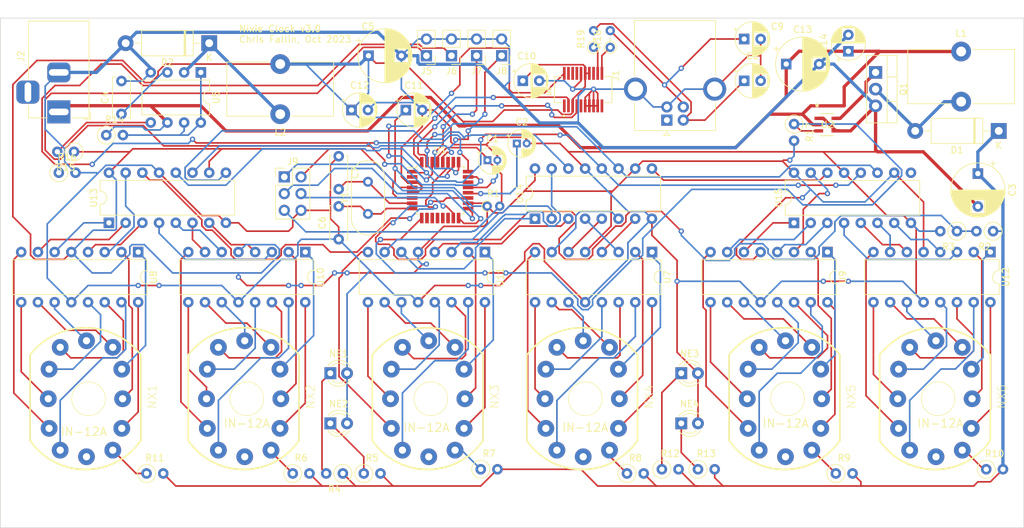
<source format=kicad_pcb>
(kicad_pcb (version 20221018) (generator pcbnew)
  (layers (0 "F.Cu" signal) (31 "B.Cu" signal) (34 "B.Paste" user) (35 "F.Paste" user) (36 "B.SilkS" user "B.Silkscreen") (37 "F.SilkS" user "F.Silkscreen") (38 "B.Mask" user) (39 "F.Mask" user) (44 "Edge.Cuts" user))
  (net 0 "")
  (net 1 "GND")
  (net 2 "Net-(U5-TC)")
  (net 6 "Net-(D1-K)")
  (net 7 "Net-(D1-A)")
  (net 9 "Net-(J9-~{RST})")
  (net 10 "Net-(J1-D-)")
  (net 11 "Net-(D2-K)")
  (net 12 "VCC")
  (net 13 "Net-(NE1-Pad1)")
  (net 14 "Net-(NE2-Pad1)")
  (net 15 "Net-(NE3-Pad1)")
  (net 16 "Net-(NE4-Pad1)")
  (net 17 "Net-(NX1-PadA)")
  (net 18 "Net-(NX2-PadA)")
  (net 19 "Net-(NX3-PadA)")
  (net 20 "Net-(NX4-PadA)")
  (net 21 "Net-(NX5-PadA)")
  (net 22 "Net-(NX6-PadA)")
  (net 23 "Net-(Q1-G)")
  (net 24 "Net-(U1-ADC6)")
  (net 25 "Net-(U5-Vfb)")
  (net 26 "Net-(J1-D+)")
  (net 27 "Net-(U1-AREF)")
  (net 28 "Net-(U1-PC5)")
  (net 29 "Net-(U5-DC)")
  (net 30 "Net-(J5-Pin_1)")
  (net 31 "Net-(J6-Pin_1)")
  (net 32 "Net-(J7-Pin_1)")
  (net 33 "Net-(J8-Pin_1)")
  (net 34 "VDD")
  (net 35 "Net-(U1-XTAL1{slash}PB6)")
  (net 37 "Net-(J9-MISO)")
  (net 38 "Net-(U1-XTAL2{slash}PB7)")
  (net 40 "Net-(J9-SCK)")
  (net 41 "Net-(J9-MOSI)")
  (net 42 "Net-(U8-~{Q0})")
  (net 43 "Net-(U8-~{Q1})")
  (net 44 "Net-(U8-~{Q2})")
  (net 45 "Net-(U8-~{Q3})")
  (net 46 "Net-(U8-~{Q4})")
  (net 47 "Net-(U8-~{Q5})")
  (net 48 "Net-(U8-~{Q6})")
  (net 49 "Net-(U8-~{Q7})")
  (net 50 "Net-(U8-~{Q8})")
  (net 51 "Net-(U8-~{Q9})")
  (net 52 "Net-(U10-~{Q0})")
  (net 53 "Net-(U10-~{Q1})")
  (net 54 "Net-(U10-~{Q2})")
  (net 55 "Net-(U10-~{Q3})")
  (net 56 "Net-(U10-~{Q4})")
  (net 57 "Net-(U10-~{Q5})")
  (net 58 "Net-(U10-~{Q6})")
  (net 59 "Net-(U10-~{Q7})")
  (net 60 "Net-(U10-~{Q8})")
  (net 61 "Net-(U10-~{Q9})")
  (net 62 "Net-(U11-~{Q0})")
  (net 63 "Net-(U11-~{Q1})")
  (net 64 "Net-(U11-~{Q2})")
  (net 65 "Net-(U11-~{Q3})")
  (net 66 "Net-(U11-~{Q4})")
  (net 67 "Net-(U11-~{Q5})")
  (net 68 "Net-(U11-~{Q6})")
  (net 69 "Net-(U11-~{Q7})")
  (net 70 "Net-(U11-~{Q8})")
  (net 71 "Net-(U11-~{Q9})")
  (net 72 "Net-(U7-~{Q0})")
  (net 73 "Net-(U7-~{Q1})")
  (net 74 "Net-(U7-~{Q2})")
  (net 75 "Net-(U7-~{Q3})")
  (net 76 "Net-(U7-~{Q4})")
  (net 77 "Net-(U7-~{Q5})")
  (net 78 "Net-(U7-~{Q6})")
  (net 79 "Net-(U7-~{Q7})")
  (net 80 "Net-(U7-~{Q8})")
  (net 81 "Net-(U7-~{Q9})")
  (net 82 "Net-(U9-~{Q0})")
  (net 83 "Net-(U9-~{Q1})")
  (net 84 "Net-(U9-~{Q2})")
  (net 85 "Net-(U9-~{Q3})")
  (net 86 "Net-(U9-~{Q4})")
  (net 87 "Net-(U9-~{Q5})")
  (net 88 "Net-(U9-~{Q6})")
  (net 89 "Net-(U9-~{Q7})")
  (net 90 "Net-(U9-~{Q8})")
  (net 91 "Net-(U9-~{Q9})")
  (net 92 "Net-(U12-~{Q0})")
  (net 93 "Net-(U12-~{Q1})")
  (net 94 "Net-(U12-~{Q2})")
  (net 95 "Net-(U12-~{Q3})")
  (net 96 "Net-(U12-~{Q4})")
  (net 97 "Net-(U12-~{Q5})")
  (net 98 "Net-(U12-~{Q6})")
  (net 99 "Net-(U12-~{Q7})")
  (net 100 "Net-(U12-~{Q8})")
  (net 101 "Net-(U12-~{Q9})")
  (net 102 "Net-(U1-PD5)")
  (net 103 "Net-(U6-USBDP)")
  (net 104 "Net-(U6-USBDM)")
  (net 105 "Net-(U1-PD3)")
  (net 108 "Net-(U1-PC4)")
  (net 109 "Net-(U1-PD0)")
  (net 110 "Net-(U1-PD1)")
  (net 111 "Net-(U1-PD2)")
  (net 119 "Net-(U14-QE)")
  (net 120 "Net-(U14-QH)")
  (net 121 "Net-(U14-QF)")
  (net 122 "Net-(U14-QG)")
  (net 123 "Net-(U13-QA)")
  (net 124 "Net-(U13-QD)")
  (net 125 "Net-(U13-QB)")
  (net 126 "Net-(U13-QC)")
  (net 127 "Net-(U15-QA)")
  (net 128 "Net-(U15-QD)")
  (net 129 "Net-(U15-QB)")
  (net 130 "Net-(U15-QC)")
  (net 131 "Net-(U10-A)")
  (net 132 "Net-(U10-D)")
  (net 133 "Net-(U10-B)")
  (net 134 "Net-(U10-C)")
  (net 135 "Net-(U11-A)")
  (net 136 "Net-(U11-D)")
  (net 137 "Net-(U11-B)")
  (net 138 "Net-(U11-C)")
  (net 139 "Net-(U12-A)")
  (net 140 "Net-(U12-D)")
  (net 141 "Net-(U12-B)")
  (net 142 "Net-(U12-C)")
  (net 143 "Net-(U13-QH')")
  (net 144 "Net-(U14-QH')")
  (footprint "Crystal:Crystal_HC49-U_Vertical" (layer "F.Cu") (at 94.615 64.68 90)
    (fp_text reference "Y1")
    (fp_text value "10MHz / 12pF")
  )
  (footprint "Resistor_THT:R_Axial_DIN0207_L6.3mm_D2.5mm_P2.54mm_Vertical" (layer "F.Cu") (at 188.595 103.505)
    (fp_text reference "R10")
    (fp_text value "10k")
  )
  (footprint "Package_DIP:DIP-16_W7.62mm" (layer "F.Cu") (at 137.795 70.485 -90)
    (fp_text reference "U7")
    (fp_text value "74141")
  )
  (footprint "Resistor_THT:R_Axial_DIN0207_L6.3mm_D2.5mm_P2.54mm_Vertical" (layer "F.Cu") (at 139.29 103.505)
    (fp_text reference "R12")
    (fp_text value "10k")
  )
  (footprint "MountingHole:MountingHole_2.7mm_M2.5" (layer "F.Cu") (at 43.18 62.865)
    (fp_text reference "REF**" hide)
    (fp_text value "MountingHole_2.7mm_M2.5" hide)
  )
  (footprint "Capacitor_THT:CP_Radial_D5.0mm_P2.50mm" (layer "F.Cu") (at 100.37 48.895)
    (fp_text reference "C11")
    (fp_text value "100nF")
  )
  (footprint "MountingHole:MountingHole_2.7mm_M2.5" (layer "F.Cu") (at 116.205 108.585)
    (fp_text reference "REF**" hide)
    (fp_text value "MountingHole_2.7mm_M2.5" hide)
  )
  (footprint "Diode_THT:D_DO-15_P12.70mm_Horizontal" (layer "F.Cu") (at 70.485 38.735 180)
    (fp_text reference "D2")
    (fp_text value "D")
  )
  (footprint "Resistor_THT:R_Axial_DIN0207_L6.3mm_D2.5mm_P2.54mm_Vertical" (layer "F.Cu") (at 144.78 103.505)
    (fp_text reference "R13")
    (fp_text value "10k")
  )
  (footprint "nixies:nixies-us-IN-12" (layer "F.Cu") (at 104.17302 92.78366)
    (fp_text reference "NX3")
    (fp_text value "IN-12A")
  )
  (footprint "LED_THT:LED_D3.0mm" (layer "F.Cu") (at 88.9 88.9)
    (fp_text reference "NE1")
    (fp_text value "Lamp_Neon" hide)
  )
  (footprint "Capacitor_THT:CP_Radial_D4.0mm_P1.50mm" (layer "F.Cu") (at 112.785 56.525)
    (fp_text reference "C1")
    (fp_text value "0.1µF")
  )
  (footprint "Capacitor_THT:CP_Radial_D5.0mm_P2.50mm" (layer "F.Cu") (at 151.805 38.1)
    (fp_text reference "C9")
    (fp_text value "47pF")
  )
  (footprint "Package_DIP:DIP-16_W7.62mm" (layer "F.Cu") (at 164.465 70.485 -90)
    (fp_text reference "U9")
    (fp_text value "74141")
  )
  (footprint "Connector_PinHeader_2.54mm:PinHeader_1x02_P2.54mm_Vertical" (layer "F.Cu") (at 111.125 40.64 180)
    (fp_text reference "J7")
    (fp_text value "Conn_01x02_Pin")
  )
  (footprint "Resistor_THT:R_Axial_DIN0207_L6.3mm_D2.5mm_P2.54mm_Vertical" (layer "F.Cu") (at 184.15 67.31 180)
    (fp_text reference "R3")
    (fp_text value "10k")
  )
  (footprint "Resistor_THT:R_Axial_DIN0207_L6.3mm_D2.5mm_P2.54mm_Vertical" (layer "F.Cu") (at 90.805 104.14 180)
    (fp_text reference "R4")
    (fp_text value "10k")
  )
  (footprint "Package_DIP:DIP-16_W7.62mm" (layer "F.Cu") (at 112.395 70.485 -90)
    (fp_text reference "U11")
    (fp_text value "74141")
  )
  (footprint "Package_DIP:DIP-16_W7.62mm" (layer "F.Cu") (at 120 65.415 90)
    (fp_text reference "U14")
    (fp_text value "74HC595")
  )
  (footprint "Package_DIP:DIP-16_W7.62mm" (layer "F.Cu") (at 85.09 70.485 -90)
    (fp_text reference "U10")
    (fp_text value "74141")
  )
  (footprint "Resistor_THT:R_Axial_DIN0207_L6.3mm_D2.5mm_P2.54mm_Vertical" (layer "F.Cu") (at 133.985 104.14)
    (fp_text reference "R8")
    (fp_text value "10k")
  )
  (footprint "Package_TO_SOT_THT:TO-220-3_Vertical" (layer "F.Cu") (at 171.775 43.18 -90)
    (fp_text reference "Q1")
    (fp_text value "IRFB4020PBF")
  )
  (footprint "Resistor_THT:R_Axial_DIN0207_L6.3mm_D2.5mm_P2.54mm_Vertical" (layer "F.Cu") (at 54.835 52.705)
    (fp_text reference "R14")
    (fp_text value "0.33")
  )
  (footprint "Package_QFP:TQFP-32_7x7mm_P0.8mm" (layer "F.Cu") (at 105.59 61.065)
    (fp_text reference "U1")
    (fp_text value "ATmega328-A")
  )
  (footprint "MountingHole:MountingHole_2.7mm_M2.5" (layer "F.Cu") (at 147.955 64.77)
    (fp_text reference "REF**" hide)
    (fp_text value "MountingHole_2.7mm_M2.5" hide)
  )
  (footprint "Inductor_THT:L_Toroid_Vertical_L16.0mm_W8.0mm_P7.62mm" (layer "F.Cu") (at 81.28 49.53 180)
    (fp_text reference "L2")
    (fp_text value "100uH")
  )
  (footprint "Resistor_THT:R_Axial_DIN0207_L6.3mm_D2.5mm_P2.54mm_Vertical" (layer "F.Cu") (at 49.94 55.245 180)
    (fp_text reference "R15")
    (fp_text value "3.8k")
  )
  (footprint "nixies:nixies-us-IN-12" (layer "F.Cu") (at 127.65304 92.78366)
    (fp_text reference "NX4")
    (fp_text value "IN-12A")
  )
  (footprint "Package_DIP:DIP-16_W7.62mm" (layer "F.Cu") (at 59.69 70.485 -90)
    (fp_text reference "U8")
    (fp_text value "74141")
  )
  (footprint "Connector_PinHeader_2.54mm:PinHeader_1x02_P2.54mm_Vertical" (layer "F.Cu") (at 103.505 40.645 180)
    (fp_text reference "J5")
    (fp_text value "Conn_01x02_Pin")
  )
  (footprint "nixies:nixies-us-IN-12" (layer "F.Cu") (at 76.2 92.78366)
    (fp_text reference "NX2")
    (fp_text value "IN-12A")
  )
  (footprint "MountingHole:MountingHole_2.7mm_M2.5" (layer "F.Cu") (at 44.45 108.585)
    (fp_text reference "REF**" hide)
    (fp_text value "MountingHole_2.7mm_M2.5" hide)
  )
  (footprint "MountingHole:MountingHole_2.7mm_M2.5" (layer "F.Cu") (at 122.555 38.1)
    (fp_text reference "REF**" hide)
    (fp_text value "MountingHole_2.7mm_M2.5" hide)
  )
  (footprint "Package_DIP:DIP-16_W7.62mm" (layer "F.Cu") (at 189.23 70.485 -90)
    (fp_text reference "U12")
    (fp_text value "74141")
  )
  (footprint "Connector_PinHeader_2.54mm:PinHeader_1x02_P2.54mm_Vertical" (layer "F.Cu") (at 114.935 40.645 180)
    (fp_text reference "J8")
    (fp_text value "Conn_01x02_Pin")
  )
  (footprint "Connector_BarrelJack:BarrelJack_Horizontal" (layer "F.Cu") (at 47.625 49.18 -90)
    (fp_text reference "J2")
    (fp_text value "12V PWR")
  )
  (footprint "Resistor_THT:R_Axial_DIN0207_L6.3mm_D2.5mm_P2.54mm_Vertical" (layer "F.Cu") (at 47.625 58.42)
    (fp_text reference "R16")
    (fp_text value "1.2k")
  )
  (footprint "Capacitor_THT:C_Disc_D6.0mm_W2.5mm_P5.00mm" (layer "F.Cu") (at 57.15 49.49 90)
    (fp_text reference "C4")
    (fp_text value "470pF")
  )
  (footprint "Capacitor_THT:CP_Radial_D8.0mm_P5.00mm" (layer "F.Cu") (at 187.325 58.557349 -90)
    (fp_text reference "C3")
    (fp_text value "10uF 400V")
  )
  (footprint "Resistor_THT:R_Axial_DIN0207_L6.3mm_D2.5mm_P2.54mm_Vertical" (layer "F.Cu") (at 159.385 51.025 -90)
    (fp_text reference "R17")
    (fp_text value "10k")
  )
  (footprint "Resistor_THT:R_Axial_DIN0204_L3.6mm_D1.6mm_P2.54mm_Vertical" (layer "F.Cu") (at 128.905 39.37 90)
    (fp_text reference "R19")
    (fp_text value "27")
  )
  (footprint "import3:SOP63P599X175-20N" (layer "F.Cu") (at 127.3175 45.79 90)
    (fp_text reference "U6")
    (fp_text value "FT231XS-R")
  )
  (footprint "Connector_USB:USB_B_OST_USB-B1HSxx_Horizontal" (layer "F.Cu") (at 140.05 50.43 90)
    (fp_text reference "J1")
    (fp_text value "USB_B")
  )
  (footprint "import2:SOT-23-5_MC_MCH" (layer "F.Cu") (at 164.4396 51.115001)
    (fp_text reference "U2")
    (fp_text value "MCP1401T-E/OT")
  )
  (footprint "Package_DIP:DIP-16_W7.62mm" (layer "F.Cu") (at 55.245 66.04 90)
    (fp_text reference "U13")
    (fp_text value "74AHC595")
  )
  (footprint "Capacitor_THT:CP_Radial_D5.0mm_P2.50mm" (layer "F.Cu") (at 151.805 44.45)
    (fp_text reference "C8")
    (fp_text value "47pF")
  )
  (footprint "MountingHole:MountingHole_2.7mm_M2.5" (layer "F.Cu") (at 189.865 108.585)
    (fp_text reference "REF**" hide)
    (fp_text value "MountingHole_2.7mm_M2.5" hide)
  )
  (footprint "Resistor_THT:R_Axial_DIN0207_L6.3mm_D2.5mm_P2.54mm_Vertical" (layer "F.Cu") (at 93.98 104.14)
    (fp_text reference "R5")
    (fp_text value "10k")
  )
  (footprint "Capacitor_THT:C_Disc_D5.0mm_W2.5mm_P5.00mm" (layer "F.Cu") (at 90.17 68.54 90)
    (fp_text reference "C6")
    (fp_text value "12pF")
  )
  (footprint "Capacitor_THT:CP_Radial_D8.0mm_P5.00mm" (layer "F.Cu") (at 94.695 40.64)
    (fp_text reference "C5")
    (fp_text value "470uF")
  )
  (footprint "Resistor_THT:R_Axial_DIN0204_L3.6mm_D1.6mm_P1.90mm_Vertical" (layer "F.Cu") (at 112.745 63.51)
    (fp_text reference "R1")
    (fp_text value "10kΩ")
  )
  (footprint "LED_THT:LED_D3.0mm" (layer "F.Cu") (at 88.9 96.52)
    (fp_text reference "NE2")
    (fp_text value "Lamp_Neon" hide)
  )
  (footprint "nixies:nixies-us-IN-12" (layer "F.Cu") (at 181.2765 92.78366)
    (fp_text reference "NX6")
    (fp_text value "IN-12A")
  )
  (footprint "Connector_PinHeader_2.54mm:PinHeader_2x03_P2.54mm_Vertical" (layer "F.Cu") (at 81.9 59.065)
    (fp_text reference "J9")
    (fp_text value "AVR-ISP-6")
  )
  (footprint "Capacitor_THT:C_Disc_D5.0mm_W2.5mm_P5.00mm" (layer "F.Cu") (at 90.17 55.92 -90)
    (fp_text reference "C7")
    (fp_text value "18pF")
  )
  (footprint "nixies:nixies-us-IN-12" (layer "F.Cu") (at 52.15 92.78366)
    (fp_text reference "NX1")
    (fp_text value "IN-12A")
  )
  (footprint "Capacitor_THT:CP_Radial_D5.0mm_P2.50mm" (layer "F.Cu") (at 167.64 39.965 90)
    (fp_text reference "C14")
    (fp_text value "100nF")
  )
  (footprint "Connector_PinHeader_2.54mm:PinHeader_1x02_P2.54mm_Vertical" (layer "F.Cu") (at 107.315 40.645 180)
    (fp_text reference "J6")
    (fp_text value "Conn_01x02_Pin")
  )
  (footprint "Resistor_THT:R_Axial_DIN0207_L6.3mm_D2.5mm_P2.54mm_Vertical" (layer "F.Cu") (at 189.64 67.31 180)
    (fp_text reference "R2")
    (fp_text value "1M")
  )
  (footprint "Package_DIP:DIP-8_W7.62mm" (layer "F.Cu") (at 69.215 43.18 -90)
    (fp_text reference "U5")
    (fp_text value "MC34063AP")
  )
  (footprint "Resistor_THT:R_Axial_DIN0207_L6.3mm_D2.5mm_P2.54mm_Vertical" (layer "F.Cu") (at 111.76 103.505)
    (fp_text reference "R7")
    (fp_text value "10k")
  )
  (footprint "Resistor_THT:R_Axial_DIN0204_L3.6mm_D1.6mm_P2.54mm_Vertical" (layer "F.Cu") (at 131.445 39.37 90)
    (fp_text reference "R18")
    (fp_text value "27")
  )
  (footprint "Resistor_THT:R_Axial_DIN0207_L6.3mm_D2.5mm_P2.54mm_Vertical" (layer "F.Cu") (at 60.96 104.14)
    (fp_text reference "R11")
    (fp_text value "10k")
  )
  (footprint "Capacitor_THT:CP_Radial_D5.0mm_P2.50mm" (layer "F.Cu") (at 118.15 44.45)
    (fp_text reference "C10")
    (fp_text value "100nF")
  )
  (footprint "Resistor_THT:R_Axial_DIN0207_L6.3mm_D2.5mm_P2.54mm_Vertical" (layer "F.Cu") (at 165.735 104.14)
    (fp_text reference "R9")
    (fp_text value "10k")
  )
  (footprint "LED_THT:LED_D3.0mm" (layer "F.Cu") (at 142.24 88.9)
    (fp_text reference "NE3")
    (fp_text value "Lamp_Neon" hide)
  )
  (footprint "Capacitor_THT:CP_Radial_D8.0mm_P5.00mm" (layer "F.Cu") (at 158.195 41.91)
    (fp_text reference "C13")
    (fp_text value "100uF 25V")
  )
  (footprint "Inductor_THT:L_Toroid_Vertical_L16.0mm_W8.0mm_P7.62mm" (layer "F.Cu") (at 184.785 40.005)
    (fp_text reference "L1")
    (fp_text value "100uH")
  )
  (footprint "Resistor_THT:R_Axial_DIN0207_L6.3mm_D2.5mm_P2.54mm_Vertical" (layer "F.Cu") (at 83.185 104.14)
    (fp_text reference "R6")
    (fp_text value "10k")
  )
  (footprint "nixies:nixies-us-IN-12" (layer "F.Cu") (at 158.39948 92.78366)
    (fp_text reference "NX5")
    (fp_text value "IN-12A")
  )
  (footprint "Package_DIP:DIP-16_W7.62mm" (layer "F.Cu") (at 159.37 66.05 90)
    (fp_text reference "U15")
    (fp_text value "74HC595")
  )
  (footprint "LED_THT:LED_D3.0mm" (layer "F.Cu") (at 142.24 96.52)
    (fp_text reference "NE4")
    (fp_text value "Lamp_Neon" hide)
  )
  (footprint "Diode_THT:D_DO-15_P12.70mm_Horizontal" (layer "F.Cu") (at 190.5 52.07 180)
    (fp_text reference "D1")
    (fp_text value "D")
  )
  (footprint "Capacitor_THT:CP_Radial_D4.0mm_P1.50mm" (layer "F.Cu") (at 117.245 53.975)
    (fp_text reference "C2")
    (fp_text value "C")
  )
  (footprint "Capacitor_THT:CP_Radial_D5.0mm_P2.50mm" (layer "F.Cu") (at 92.115 48.895)
    (fp_text reference "C12")
    (fp_text value "10uF")
  )
  (gr_rect (start 38.735 34.925) (end 194.31 112.395) (stroke (width 0.1)) (fill none) (layer "Edge.Cuts"))
  (gr_text "Nixie Clock v3.0\nChris Fallin, Oct 2023" (at 74.93 38.735) (layer "F.SilkS") (effects (font (size 1 1)) (justify left bottom)))
  (segment (start 107.225 51.525) (end 104.595 48.895) (width 0.25) (layer "F.Cu") (net 1))
  (segment (start 163.805 55.245) (end 125.095 55.245) (width 0.25) (layer "F.Cu") (net 1))
  (segment (start 165.735 52.065002) (end 167.969998 52.065002) (width 0.5) (layer "F.Cu") (net 1))
  (segment (start 141.605 71.755) (end 137.78 67.93) (width 0.25) (layer "F.Cu") (net 1))
  (segment (start 127.62 57.795) (end 125.0825 55.2575) (width 0.25) (layer "F.Cu") (net 1))
  (segment (start 176.025 64.925) (end 177.15 66.05) (width 0.25) (layer "F.Cu") (net 1))
  (segment (start 166.99 58.43) (end 163.805 55.245) (width 0.25) (layer "F.Cu") (net 1))
  (segment (start 112.58 54.16) (end 107.655195 54.16) (width 0.25) (layer "F.Cu") (net 1))
  (segment (start 113.69 53.05) (end 112.58 54.16) (width 0.25) (layer "F.Cu") (net 1))
  (segment (start 88.9 57.19) (end 88.9 64.135) (width 0.25) (layer "F.Cu") (net 1))
  (segment (start 141.605 85.725) (end 141.605 74.93) (width 0.25) (layer "F.Cu") (net 1))
  (segment (start 73.025 66.04) (end 71.9 64.915) (width 0.25) (layer "F.Cu") (net 1))
  (segment (start 100.54 59.865) (end 101.34 59.865) (width 0.25) (layer "F.Cu") (net 1))
  (segment (start 102.87 51.435) (end 99.695 54.61) (width 0.25) (layer "F.Cu") (net 1))
  (segment (start 109.84 60.665) (end 112.69 60.665) (width 0.25) (layer "F.Cu") (net 1))
  (segment (start 69.36 64.915) (end 62.865 58.42) (width 0.25) (layer "F.Cu") (net 1))
  (segment (start 118.745 53.375) (end 118.42 53.05) (width 0.25) (layer "F.Cu") (net 1))
  (segment (start 102.87 60.735) (end 102.87 60.595) (width 0.25) (layer "F.Cu") (net 1))
  (segment (start 128.27 48.26) (end 128.27 46.355) (width 0.25) (layer "F.Cu") (net 1))
  (segment (start 107.225 53.729805) (end 107.225 51.525) (width 0.25) (layer "F.Cu") (net 1))
  (segment (start 99.695 54.61) (end 99.695 59.02) (width 0.25) (layer "F.Cu") (net 1))
  (segment (start 177.945 76.98) (end 177.945 66.845) (width 0.25) (layer "F.Cu") (net 1))
  (segment (start 154.305 40.64) (end 154.305 38.1) (width 0.25) (layer "F.Cu") (net 1))
  (segment (start 163.834998 50.165) (end 165.735 52.065002) (width 0.5) (layer "F.Cu") (net 1))
  (segment (start 101.34 61.465) (end 102.14 61.465) (width 0.25) (layer "F.Cu") (net 1))
  (segment (start 102.87 60.735) (end 102.94 60.665) (width 0.25) (layer "F.Cu") (net 1))
  (segment (start 127.635 48.26) (end 127.635 46.99) (width 0.25) (layer "F.Cu") (net 1))
  (segment (start 111.76 75.565) (end 114.683234 75.565) (width 0.25) (layer "F.Cu") (net 1))
  (segment (start 88.9 64.135) (end 88.9 65.405) (width 0.25) (layer "F.Cu") (net 1))
  (segment (start 90.17 55.92) (end 88.9 57.19) (width 0.25) (layer "F.Cu") (net 1))
  (segment (start 71.9 64.915) (end 69.36 64.915) (width 0.25) (layer "F.Cu") (net 1))
  (segment (start 102.87 60.595) (end 102.14 59.865) (width 0.25) (layer "F.Cu") (net 1))
  (segment (start 171.775 54.935) (end 172.085 55.245) (width 0.5) (layer "F.Cu") (net 1))
  (segment (start 137.78 67.93) (end 137.78 65.415) (width 0.25) (layer "F.Cu") (net 1))
  (segment (start 104.775 75.565) (end 109.855 75.565) (width 0.25) (layer "F.Cu") (net 1))
  (segment (start 118.445 70.478194) (end 119.708194 69.215) (width 0.25) (layer "F.Cu") (net 1))
  (segment (start 152.4 40.64) (end 154.305 40.64) (width 0.25) (layer "F.Cu") (net 1))
  (segment (start 88.9 65.405) (end 90.17 66.675) (width 0.25) (layer "F.Cu") (net 1))
  (segment (start 112.69 60.665) (end 113.665 59.69) (width 0.25) (layer "F.Cu") (net 1))
  (segment (start 172.085 55.245) (end 163.805 55.245) (width 0.25) (layer "F.Cu") (net 1))
  (segment (start 88.89 64.145) (end 88.9 64.135) (width 0.25) (layer "F.Cu") (net 1))
  (segment (start 114.285 55.865) (end 114.285 56.525) (width 0.25) (layer "F.Cu") (net 1))
  (segment (start 102.14 59.865) (end 101.34 59.865) (width 0.25) (layer "F.Cu") (net 1))
  (segment (start 129.54 46.355) (end 129.54 48.26) (width 0.25) (layer "F.Cu") (net 1))
  (segment (start 123.8 53.975) (end 118.745 53.975) (width 0.25) (layer "F.Cu") (net 1))
  (segment (start 102.87 48.895) (end 102.87 51.435) (width 0.25) (layer "F.Cu") (net 1))
  (segment (start 90.17 66.675) (end 90.17 68.54) (width 0.25) (layer "F.Cu") (net 1))
  (segment (start 107.655195 54.16) (end 107.225 53.729805) (width 0.25) (layer "F.Cu") (net 1))
  (segment (start 177.945 66.845) (end 177.15 66.05) (width 0.25) (layer "F.Cu") (net 1))
  (segment (start 102.14 61.465) (end 102.87 60.735) (width 0.25) (layer "F.Cu") (net 1))
  (segment (start 179.012651 55.245) (end 172.085 55.245) (width 0.5) (layer "F.Cu") (net 1))
  (segment (start 121.435 71.905) (end 127.635 78.105) (width 0.25) (layer "F.Cu") (net 1))
  (segment (start 84.44 64.145) (end 88.89 64.145) (width 0.25) (layer "F.Cu") (net 1))
  (segment (start 147.32 45.72) (end 152.4 40.64) (width 0.25) (layer "F.Cu") (net 1))
  (segment (start 114.683234 75.565) (end 118.445 71.803234) (width 0.25) (layer "F.Cu") (net 1))
  (segment (start 166.99 58.43) (end 173.485 64.925) (width 0.25) (layer "F.Cu") (net 1))
  (segment (start 129.54 48.26) (end 127.635 48.26) (width 0.25) (layer "F.Cu") (net 1))
  (segment (start 154.305 40.64) (end 154.305 44.45) (width 0.25) (layer "F.Cu") (net 1))
  (segment (start 112.58 54.16) (end 114.285 55.865) (width 0.25) (layer "F.Cu") (net 1))
  (segment (start 99.695 59.02) (end 100.54 59.865) (width 0.25) (layer "F.Cu") (net 1))
  (segment (start 128.905 45.72) (end 128.905 48.26) (width 0.25) (layer "F.Cu") (net 1))
  (segment (start 127 44.45) (end 125.73 45.72) (width 0.25) (layer "F.Cu") (net 1))
  (segment (start 179.07 78.105) (end 177.945 76.98) (width 0.25) (layer "F.Cu") (net 1))
  (segment (start 128.905 45.72) (end 129.54 46.355) (width 0.25) (layer "F.Cu") (net 1))
  (segment (start 167.969998 52.065002) (end 171.775 48.26) (width 0.5) (layer "F.Cu") (net 1))
  (segment (start 104.595 48.895) (end 102.87 48.895) (width 0.25) (layer "F.Cu") (net 1))
  (segment (start 76.2 67.31) (end 74.93 66.04) (width 0.25) (layer "F.Cu") (net 1))
  (segment (start 83.185 66.675) (end 82.55 67.31) (width 0.25) (layer "F.Cu") (net 1))
  (segment (start 187.325 63.557349) (end 179.012651 55.245) (width 0.5) (layer "F.Cu") (net 1))
  (segment (start 125.0825 55.2575) (end 123.8 53.975) (width 0.25) (layer "F.Cu") (net 1))
  (segment (start 125.095 55.245) (end 125.0825 55.2575) (width 0.25) (layer "F.Cu") (net 1))
  (segment (start 121.435 70.028194) (end 121.435 71.905) (width 0.25) (layer "F.Cu") (net 1))
  (segment (start 163.83 74.93) (end 167.64 74.93) (width 0.25) (layer "F.Cu") (net 1))
  (segment (start 82.55 67.31) (end 76.2 67.31) (width 0.25) (layer "F.Cu") (net 1))
  (segment (start 144.78 88.9) (end 144.78 96.52) (width 0.25) (layer "F.Cu") (net 1))
  (segment (start 127 43.32) (end 127 44.45) (width 0.25) (layer "F.Cu") (net 1))
  (segment (start 144.78 88.9) (end 141.605 85.725) (width 0.25) (layer "F.Cu") (net 1))
  (segment (start 163.1442 50.165) (end 163.834998 50.165) (width 0.5) (layer "F.Cu") (net 1))
  (segment (start 127.635 46.99) (end 128.905 45.72) (width 0.25) (layer "F.Cu") (net 1))
  (segment (start 118.445 71.803234) (end 118.445 70.478194) (width 0.25) (layer "F.Cu") (net 1))
  (segment (start 128.27 46.355) (end 128.905 45.72) (width 0.25) (layer "F.Cu") (net 1))
  (segment (start 118.745 53.975) (end 118.745 53.375) (width 0.25) (layer "F.Cu") (net 1))
  (segment (start 102.235 78.105) (end 104.775 75.565) (width 0.25) (layer "F.Cu") (net 1))
  (segment (start 83.185 65.4) (end 83.185 66.675) (width 0.25) (layer "F.Cu") (net 1))
  (segment (start 62.865 75.565) (end 59.69 75.565) (width 0.25) (layer "F.Cu") (net 1))
  (segment (start 119.708194 69.215) (end 120.621806 69.215) (width 0.25) (layer "F.Cu") (net 1))
  (segment (start 120.621806 69.215) (end 121.435 70.028194) (width 0.25) (layer "F.Cu") (net 1))
  (segment (start 74.93 66.04) (end 73.025 66.04) (width 0.25) (layer "F.Cu") (net 1))
  (segment (start 118.42 53.05) (end 113.69 53.05) (width 0.25) (layer "F.Cu") (net 1))
  (segment (start 141.605 74.93) (end 141.605 71.755) (width 0.25) (layer "F.Cu") (net 1))
  (segment (start 173.485 64.925) (end 176.025 64.925) (width 0.25) (layer "F.Cu") (net 1))
  (segment (start 84.44 64.145) (end 83.185 65.4) (width 0.25) (layer "F.Cu") (net 1))
  (segment (start 171.775 48.26) (end 171.775 54.935) (width 0.5) (layer "F.Cu") (net 1))
  (via (at 111.76 75.565) (size 0.8) (drill 0.4) (layers "F.Cu" "B.Cu") (net 1))
  (via (at 109.855 75.565) (size 0.8) (drill 0.4) (layers "F.Cu" "B.Cu") (net 1))
  (via (at 141.605 74.93) (size 0.8) (drill 0.4) (layers "F.Cu" "B.Cu") (net 1))
  (via (at 62.865 75.565) (size 0.8) (drill 0.4) (layers "F.Cu" "B.Cu") (net 1))
  (via (at 163.83 74.93) (size 0.8) (drill 0.4) (layers "F.Cu" "B.Cu") (net 1))
  (via (at 167.64 74.93) (size 0.8) (drill 0.4) (layers "F.Cu" "B.Cu") (net 1))
  (via (at 59.69 75.565) (size 0.8) (drill 0.4) (layers "F.Cu" "B.Cu") (net 1))
  (via (at 125.73 45.72) (size 0.8) (drill 0.4) (layers "F.Cu" "B.Cu") (net 1))
  (via (at 113.665 59.69) (size 0.8) (drill 0.4) (layers "F.Cu" "B.Cu") (net 1))
  (via (at 128.905 45.72) (size 0.8) (drill 0.4) (layers "F.Cu" "B.Cu") (net 1))
  (segment (start 101.745 47.77) (end 102.87 48.895) (width 0.25) (layer "B.Cu") (net 1))
  (segment (start 165.425 41.91) (end 171.775 48.26) (width 0.5) (layer "B.Cu") (net 1))
  (segment (start 102.205 40.64) (end 102.205 41.681396) (width 0.5) (layer "B.Cu") (net 1))
  (segment (start 116.11 44.545) (end 115.2525 45.4025) (width 0.25) (layer "B.Cu") (net 1))
  (segment (start 74.93 78.105) (end 81.425 71.61) (width 0.25) (layer "B.Cu") (net 1))
  (segment (start 83.33 71.61) (end 83.965 70.975) (width 0.25) (layer "B.Cu") (net 1))
  (segment (start 134.13 71.61) (end 134.13 69.065) (width 0.25) (layer "B.Cu") (net 1))
  (segment (start 50.165 58.42) (end 53.34 58.42) (width 0.25) (layer "B.Cu") (net 1))
  (segment (start 72.39 75.565) (end 62.865 75.565) (width 0.25) (layer "B.Cu") (net 1))
  (segment (start 127.635 78.105) (end 134.13 71.61) (width 0.25) (layer "B.Cu") (net 1))
  (segment (start 103.505 38.105) (end 102.23 38.105) (width 0.25) (layer "B.Cu") (net 1))
  (segment (start 61.595 42.545) (end 61.595 43.18) (width 0.5) (layer "B.Cu") (net 1))
  (segment (start 115.2525 45.4025) (end 120.71 50.86) (width 0.5) (layer "B.Cu") (net 1))
  (segment (start 102.205 41.681396) (end 102.468604 41.945) (width 0.5) (layer "B.Cu") (net 1))
  (segment (start 53.34 58.42) (end 53.500561 58.580561) (width 0.25) (layer "B.Cu") (net 1))
  (segment (start 167.64 74.93) (end 175.895 74.93) (width 0.25) (layer "B.Cu") (net 1))
  (segment (start 134.115 64.29) (end 136.655 64.29) (width 0.25) (layer "B.Cu") (net 1))
  (segment (start 48.52 56.775) (end 50.165 58.42) (width 0.25) (layer "B.Cu") (net 1))
  (segment (start 125.73 45.72) (end 127.635 45.72) (width 0.25) (layer "B.Cu") (net 1))
  (segment (start 98.61 76.98) (end 94.9525 73.3225) (width 0.25) (layer "B.Cu") (net 1))
  (segment (start 57.785 38.735) (end 59.435 37.085) (width 0.5) (layer "B.Cu") (net 1))
  (segment (start 136.655 64.29) (end 137.78 65.415) (width 0.25) (layer "B.Cu") (net 1))
  (segment (start 140.05 48.43) (end 142.76 45.72) (width 0.25) (layer "B.Cu") (net 1))
  (segment (start 114.285 59.07) (end 114.285 56.525) (width 0.25) (layer "B.Cu") (net 1))
  (segment (start 59.435 37.085) (end 96.14 37.085) (width 0.5) (layer "B.Cu") (net 1))
  (segment (start 91.44 76.835) (end 94.9525 73.3225) (width 0.25) (layer "B.Cu") (net 1))
  (segment (start 94.9525 73.3225) (end 90.17 68.54) (width 0.25) (layer "B.Cu") (net 1))
  (segment (start 181.61 67.31) (end 178.41 67.31) (width 0.25) (layer "B.Cu") (net 1))
  (segment (start 178.41 67.31) (end 177.15 66.05) (width 0.25) (layer "B.Cu") (net 1))
  (segment (start 134.13 69.065) (end 137.78 65.415) (width 0.25) (layer "B.Cu") (net 1))
  (segment (start 57.15 44.49) (end 60.285 44.49) (width 0.25) (layer "B.Cu") (net 1))
  (segment (start 91.44 88.9) (end 91.44 96.52) (width 0.25) (layer "B.Cu") (net 1))
  (segment (start 157.48 74.93) (end 163.83 74.93) (width 0.25) (layer "B.Cu") (net 1))
  (segment (start 45.865 66.216122) (end 53.500561 58.580561) (width 0.25) (layer "B.Cu") (net 1))
  (segment (start 163.195 41.91) (end 165.425 41.91) (width 0.5) (layer "B.Cu") (net 1))
  (segment (start 102.468604 41.945) (end 111.795 41.945) (width 0.5) (layer "B.Cu") (net 1))
  (segment (start 94.615 48.895) (end 95.74 47.77) (width 0.25) (layer "B.Cu") (net 1))
  (segment (start 81.425 71.61) (end 83.33 71.61) (width 0.25) (layer "B.Cu") (net 1))
  (segment (start 60.285 44.49) (end 61.595 43.18) (width 0.25) (layer "B.Cu") (net 1))
  (segment (start 47.625 43.18) (end 45.555 45.25) (width 0.25) (layer "B.Cu") (net 1))
  (segment (start 124.46 44.45) (end 125.73 45.72) (width 0.25) (layer "B.Cu") (net 1))
  (segment (start 142.76 45.72) (end 147.32 45.72) (width 0.25) (layer "B.Cu") (net 1))
  (segment (start 130.328172 54.61) (end 150.495 54.61) (width 0.5) (layer "B.Cu") (net 1))
  (segment (start 61.74 57.295) (end 62.865 58.42) (width 0.25) (layer "B.Cu") (net 1))
  (segment (start 45.555 45.25) (end 45.555 51.823194) (width 0.25) (layer "B.Cu") (net 1))
  (segment (start 52.07 75.565) (end 49.53 78.105) (width 0.25) (layer "B.Cu") (net 1))
  (segment (start 120.65 44.45) (end 124.46 44.45) (width 0.25) (layer "B.Cu") (net 1))
  (segment (start 154.305 78.105) (end 157.48 74.93) (width 0.25) (layer "B.Cu") (net 1))
  (segment (start 103.505 38.105) (end 114.935 38.105) (width 0.25) (layer "B.Cu") (net 1))
  (segment (start 99.695 40.64) (end 102.205 40.64) (width 0.5) (layer "B.Cu") (net 1))
  (segment (start 83.965 69.07) (end 84.495 68.54) (width 0.25) (layer "B.Cu") (net 1))
  (segment (start 57.785 38.735) (end 61.595 42.545) (width 0.5) (layer "B.Cu") (net 1))
  (segment (start 99.695 40.64) (end 99.695 45.72) (width 0.25) (layer "B.Cu") (net 1))
  (segment (start 113.665 59.69) (end 114.285 59.07) (width 0.25) (layer "B.Cu") (net 1))
  (segment (start 126.578172 46.776828) (end 126.578172 50.86) (width 0.25) (layer "B.Cu") (net 1))
  (segment (start 154.305 78.105) (end 151.13 74.93) (width 0.25) (layer "B.Cu") (net 1))
  (segment (start 151.13 74.93) (end 141.605 74.93) (width 0.25) (layer "B.Cu") (net 1))
  (segment (start 137.99 48.43) (end 135.28 45.72) (width 0.25) (layer "B.Cu") (net 1))
  (segment (start 74.93 78.105) (end 72.39 75.565) (width 0.25) (layer "B.Cu") (net 1))
  (segment (start 135.28 45.72) (end 128.905 45.72) (width 0.25) (layer "B.Cu") (net 1))
  (segment (start 109.855 75.565) (end 111.76 75.565) (width 0.25) (layer "B.Cu") (net 1))
  (segment (start 84.495 68.54) (end 90.17 68.54) (width 0.25) (layer "B.Cu") (net 1))
  (segment (start 127.635 45.72) (end 128.905 45.72) (width 0.25) (layer "B.Cu") (net 1))
  (segment (start 48.52 54.788194) (end 48.52 56.775) (width 0.25) (layer "B.Cu") (net 1))
  (segment (start 99.695 45.72) (end 102.87 48.895) (width 0.25) (layer "B.Cu") (net 1))
  (segment (start 95.74 47.77) (end 101.745 47.77) (width 0.25) (layer "B.Cu") (net 1))
  (segment (start 140.05 48.43) (end 137.99 48.43) (width 0.25) (layer "B.Cu") (net 1))
  (segment (start 53.34 43.18) (end 57.785 38.735) (width 0.5) (layer "B.Cu") (net 1))
  (segment (start 83.965 70.975) (end 83.965 69.07) (width 0.25) (layer "B.Cu") (net 1))
  (segment (start 126.578172 50.86) (end 130.328172 54.61) (width 0.5) (layer "B.Cu") (net 1))
  (segment (start 175.895 74.93) (end 179.07 78.105) (width 0.25) (layer "B.Cu") (net 1))
  (segment (start 101.11 76.98) (end 98.61 76.98) (width 0.25) (layer "B.Cu") (net 1))
  (segment (start 163.195 41.91) (end 167.64 37.465) (width 0.5) (layer "B.Cu") (net 1))
  (segment (start 47.625 43.18) (end 53.34 43.18) (width 0.5) (layer "B.Cu") (net 1))
  (segment (start 116.11 39.28) (end 116.11 44.545) (width 0.25) (layer "B.Cu") (net 1))
  (segment (start 45.555 51.823194) (end 48.52 54.788194) (width 0.25) (layer "B.Cu") (net 1))
  (segment (start 53.500561 58.580561) (end 54.786122 57.295) (width 0.25) (layer "B.Cu") (net 1))
  (segment (start 127.62 57.795) (end 134.115 64.29) (width 0.25) (layer "B.Cu") (net 1))
  (segment (start 111.795 41.945) (end 115.2525 45.4025) (width 0.5) (layer "B.Cu") (net 1))
  (segment (start 114.935 38.105) (end 116.11 39.28) (width 0.25) (layer "B.Cu") (net 1))
  (segment (start 102.23 38.105) (end 99.695 40.64) (width 0.25) (layer "B.Cu") (net 1))
  (segment (start 96.14 37.085) (end 99.695 40.64) (width 0.5) (layer "B.Cu") (net 1))
  (segment (start 127.635 45.72) (end 126.578172 46.776828) (width 0.25) (layer "B.Cu") (net 1))
  (segment (start 54.786122 57.295) (end 61.74 57.295) (width 0.25) (layer "B.Cu") (net 1))
  (segment (start 59.69 75.565) (end 52.07 75.565) (width 0.25) (layer "B.Cu") (net 1))
  (segment (start 91.44 88.9) (end 91.44 76.835) (width 0.25) (layer "B.Cu") (net 1))
  (segment (start 45.865 74.44) (end 45.865 66.216122) (width 0.25) (layer "B.Cu") (net 1))
  (segment (start 150.495 54.61) (end 163.195 41.91) (width 0.5) (layer "B.Cu") (net 1))
  (segment (start 102.235 78.105) (end 101.11 76.98) (width 0.25) (layer "B.Cu") (net 1))
  (segment (start 49.53 78.105) (end 45.865 74.44) (width 0.25) (layer "B.Cu") (net 1))
  (segment (start 120.71 50.86) (end 126.578172 50.86) (width 0.5) (layer "B.Cu") (net 1))
  (segment (start 57.15 49.49) (end 63.46 43.18) (width 0.25) (layer "B.Cu") (net 2))
  (segment (start 63.46 43.18) (end 64.135 43.18) (width 0.25) (layer "B.Cu") (net 2))
  (segment (start 87.63 106.045) (end 85.725 104.14) (width 0.25) (layer "F.Cu") (net 6))
  (segment (start 187.325 105.41) (end 186.69 106.045) (width 0.25) (layer "F.Cu") (net 6))
  (segment (start 98.425 106.045) (end 111.76 106.045) (width 0.25) (layer "F.Cu") (net 6))
  (segment (start 127 103.505) (end 129.54 106.045) (width 0.25) (layer "F.Cu") (net 6))
  (segment (start 144.37 106.045) (end 141.83 103.505) (width 0.25) (layer "F.Cu") (net 6))
  (segment (start 92.71 106.045) (end 90.805 104.14) (width 0.25) (layer "F.Cu") (net 6))
  (segment (start 114.3 103.505) (end 127 103.505) (width 0.25) (layer "F.Cu") (net 6))
  (segment (start 144.78 106.045) (end 144.37 106.045) (width 0.25) (layer "F.Cu") (net 6))
  (segment (start 65.405 106.045) (end 63.5 104.14) (width 0.25) (layer "F.Cu") (net 6))
  (segment (start 147.32 103.505) (end 147.32 104.775) (width 0.25) (layer "F.Cu") (net 6))
  (segment (start 138.43 106.045) (end 136.525 104.14) (width 0.25) (layer "F.Cu") (net 6))
  (segment (start 129.54 106.045) (end 138.43 106.045) (width 0.25) (layer "F.Cu") (net 6))
  (segment (start 144.78 106.045) (end 138.43 106.045) (width 0.25) (layer "F.Cu") (net 6))
  (segment (start 169.545 106.045) (end 148.59 106.045) (width 0.25) (layer "F.Cu") (net 6))
  (segment (start 191.135 103.505) (end 189.23 105.41) (width 0.25) (layer "F.Cu") (net 6))
  (segment (start 148.59 106.045) (end 144.78 106.045) (width 0.25) (layer "F.Cu") (net 6))
  (segment (start 98.425 106.045) (end 96.52 104.14) (width 0.25) (layer "F.Cu") (net 6))
  (segment (start 169.545 105.41) (end 168.275 104.14) (width 0.25) (layer "F.Cu") (net 6))
  (segment (start 147.32 104.775) (end 148.59 106.045) (width 0.25) (layer "F.Cu") (net 6))
  (segment (start 98.425 106.045) (end 92.71 106.045) (width 0.25) (layer "F.Cu") (net 6))
  (segment (start 189.23 105.41) (end 187.325 105.41) (width 0.25) (layer "F.Cu") (net 6))
  (segment (start 92.71 106.045) (end 87.63 106.045) (width 0.25) (layer "F.Cu") (net 6))
  (segment (start 186.69 106.045) (end 169.545 106.045) (width 0.25) (layer "F.Cu") (net 6))
  (segment (start 169.545 106.045) (end 169.545 105.41) (width 0.25) (layer "F.Cu") (net 6))
  (segment (start 87.63 106.045) (end 65.405 106.045) (width 0.25) (layer "F.Cu") (net 6))
  (segment (start 111.76 106.045) (end 114.3 103.505) (width 0.25) (layer "F.Cu") (net 6))
  (segment (start 191.135 62.367349) (end 191.135 67.31) (width 0.5) (layer "B.Cu") (net 6))
  (segment (start 187.325 55.245) (end 190.5 52.07) (width 0.5) (layer "B.Cu") (net 6))
  (segment (start 187.325 58.557349) (end 187.325 55.245) (width 0.5) (layer "B.Cu") (net 6))
  (segment (start 191.135 67.31) (end 191.135 103.505) (width 0.5) (layer "B.Cu") (net 6))
  (segment (start 189.64 67.31) (end 191.135 67.31) (width 0.25) (layer "B.Cu") (net 6))
  (segment (start 187.325 58.557349) (end 191.135 62.367349) (width 0.5) (layer "B.Cu") (net 6))
  (segment (start 182.245 47.625) (end 177.8 52.07) (width 0.5) (layer "B.Cu") (net 7))
  (segment (start 177.8 51.745) (end 177.8 52.07) (width 0.5) (layer "B.Cu") (net 7))
  (segment (start 184.785 47.625) (end 182.245 47.625) (width 0.5) (layer "B.Cu") (net 7))
  (segment (start 171.775 45.72) (end 177.8 51.745) (width 0.5) (layer "B.Cu") (net 7))
  (segment (start 114.935 63.22) (end 114.935 58.675) (width 0.25) (layer "F.Cu") (net 9))
  (segment (start 112.785 56.525) (end 112.785 56.27) (width 0.25) (layer "F.Cu") (net 9))
  (segment (start 114.645 63.51) (end 114.935 63.22) (width 0.25) (layer "F.Cu") (net 9))
  (segment (start 111.125 54.61) (end 106.595 54.61) (width 0.25) (layer "F.Cu") (net 9))
  (segment (start 106.595 54.61) (end 105.19 56.015) (width 0.25) (layer "F.Cu") (net 9))
  (segment (start 105.19 56.015) (end 105.19 56.815) (width 0.25) (layer "F.Cu") (net 9))
  (segment (start 112.785 56.27) (end 111.125 54.61) (width 0.25) (layer "F.Cu") (net 9))
  (segment (start 114.935 58.675) (end 112.785 56.525) (width 0.25) (layer "F.Cu") (net 9))
  (segment (start 110.49 67.31) (end 110.806104 67.31) (width 0.25) (layer "B.Cu") (net 9))
  (segment (start 114.645 63.545305) (end 114.645 63.51) (width 0.25) (layer "B.Cu") (net 9))
  (segment (start 110.965552 67.150552) (end 111.039753 67.150552) (width 0.25) (layer "B.Cu") (net 9))
  (segment (start 111.039753 67.150552) (end 114.645 63.545305) (width 0.25) (layer "B.Cu") (net 9))
  (segment (start 110.385 67.415) (end 110.49 67.31) (width 0.25) (layer "B.Cu") (net 9))
  (segment (start 81.9 64.145) (end 85.17 67.415) (width 0.25) (layer "B.Cu") (net 9))
  (segment (start 110.806104 67.31) (end 110.965552 67.150552) (width 0.25) (layer "B.Cu") (net 9))
  (segment (start 85.17 67.415) (end 110.385 67.415) (width 0.25) (layer "B.Cu") (net 9))
  (segment (start 151.805 44.45) (end 145.825 50.43) (width 0.25) (layer "F.Cu") (net 10))
  (segment (start 142.55 50.43) (end 143.725 49.255) (width 0.25) (layer "F.Cu") (net 10))
  (segment (start 143.725 49.255) (end 143.725 47.662236) (width 0.25) (layer "F.Cu") (net 10))
  (segment (start 143.725 47.662236) (end 131.872868 35.810104) (width 0.25) (layer "F.Cu") (net 10))
  (segment (start 131.872868 35.810104) (end 129.924896 35.810104) (width 0.25) (layer "F.Cu") (net 10))
  (segment (start 129.924896 35.810104) (end 128.905 36.83) (width 0.25) (layer "F.Cu") (net 10))
  (segment (start 145.825 50.43) (end 142.55 50.43) (width 0.25) (layer "F.Cu") (net 10))
  (segment (start 70.485 38.735) (end 70.485 39.37) (width 0.5) (layer "B.Cu") (net 11))
  (segment (start 70.485 38.735) (end 81.28 49.53) (width 0.5) (layer "B.Cu") (net 11))
  (segment (start 70.485 39.37) (end 66.675 43.18) (width 0.5) (layer "B.Cu") (net 11))
  (segment (start 126.932082 54.61) (end 150.495 54.61) (width 0.5) (layer "F.Cu") (net 12))
  (segment (start 158.195 41.91) (end 160.14 39.965) (width 0.5) (layer "F.Cu") (net 12))
  (segment (start 150.495 54.61) (end 155.575 49.53) (width 0.5) (layer "F.Cu") (net 12))
  (segment (start 167.005 45.361104) (end 172.361104 40.005) (width 0.5) (layer "F.Cu") (net 12))
  (segment (start 161.925 48.26) (end 167.005 48.26) (width 0.5) (layer "F.Cu") (net 12))
  (segment (start 104.14 46.99) (end 108.464873 51.314873) (width 0.5) (layer "F.Cu") (net 12))
  (segment (start 160.14 39.965) (end 167.64 39.965) (width 0.5) (layer "F.Cu") (net 12))
  (segment (start 160.655 49.53) (end 161.925 48.26) (width 0.5) (layer "F.Cu") (net 12))
  (segment (start 167.005 48.26) (end 167.005 45.361104) (width 0.5) (layer "F.Cu") (net 12))
  (segment (start 61.575 48.24) (end 64.135 50.8) (width 0.5) (layer "F.Cu") (net 12))
  (segment (start 109.408045 51.314873) (end 109.502918 51.22) (width 0.5) (layer "F.Cu") (net 12))
  (segment (start 108.464873 51.314873) (end 109.408045 51.314873) (width 0.5) (layer "F.Cu") (net 12))
  (segment (start 167.64 39.965) (end 172.321104 39.965) (width 0.5) (layer "F.Cu") (net 12))
  (segment (start 163.1442 51.115001) (end 162.240001 51.115001) (width 0.5) (layer "F.Cu") (net 12))
  (segment (start 155.575 49.53) (end 160.655 49.53) (width 0.5) (layer "F.Cu") (net 12))
  (segment (start 94.615 52.07) (end 99.695 46.99) (width 0.5) (layer "F.Cu") (net 12))
  (segment (start 172.321104 39.965) (end 172.361104 40.005) (width 0.5) (layer "F.Cu") (net 12))
  (segment (start 158.195 46.91) (end 155.575 49.53) (width 0.5) (layer "F.Cu") (net 12))
  (segment (start 109.502918 51.22) (end 123.542082 51.22) (width 0.5) (layer "F.Cu") (net 12))
  (segment (start 172.361104 40.005) (end 184.785 40.005) (width 0.5) (layer "F.Cu") (net 12))
  (segment (start 47.625 49.18) (end 48.565 48.24) (width 0.5) (layer "F.Cu") (net 12))
  (segment (start 69.195 48.24) (end 73.025 52.07) (width 0.5) (layer "F.Cu") (net 12))
  (segment (start 48.565 48.24) (end 61.575 48.24) (width 0.5) (layer "F.Cu") (net 12))
  (segment (start 158.195 41.91) (end 158.195 46.91) (width 0.5) (layer "F.Cu") (net 12))
  (segment (start 73.025 52.07) (end 94.615 52.07) (width 0.5) (layer "F.Cu") (net 12))
  (segment (start 61.575 48.24) (end 69.195 48.24) (width 0.5) (layer "F.Cu") (net 12))
  (segment (start 99.695 46.99) (end 104.14 46.99) (width 0.5) (layer "F.Cu") (net 12))
  (segment (start 162.240001 51.115001) (end 160.655 49.53) (width 0.5) (layer "F.Cu") (net 12))
  (segment (start 123.542082 51.22) (end 126.932082 54.61) (width 0.5) (layer "F.Cu") (net 12))
  (segment (start 60.325 51.435) (end 60.815 51.925) (width 0.25) (layer "B.Cu") (net 12))
  (segment (start 54.835 52.705) (end 56.105 51.435) (width 0.25) (layer "B.Cu") (net 12))
  (segment (start 60.815 51.925) (end 63.01 51.925) (width 0.25) (layer "B.Cu") (net 12))
  (segment (start 63.01 51.925) (end 64.135 50.8) (width 0.25) (layer "B.Cu") (net 12))
  (segment (start 56.105 51.435) (end 60.325 51.435) (width 0.25) (layer "B.Cu") (net 12))
  (segment (start 87.63 90.17) (end 88.9 88.9) (width 0.25) (layer "F.Cu") (net 13))
  (segment (start 87.63 90.17) (end 87.63 103.505) (width 0.25) (layer "F.Cu") (net 13))
  (segment (start 87.63 103.505) (end 88.265 104.14) (width 0.25) (layer "F.Cu") (net 13))
  (segment (start 93.98 101.6) (end 93.98 104.14) (width 0.25) (layer "F.Cu") (net 14))
  (segment (start 88.9 96.52) (end 93.98 101.6) (width 0.25) (layer "F.Cu") (net 14))
  (segment (start 139.29 103.505) (end 139.29 91.85) (width 0.25) (layer "F.Cu") (net 15))
  (segment (start 139.29 91.85) (end 142.24 88.9) (width 0.25) (layer "F.Cu") (net 15))
  (segment (start 142.24 96.52) (end 142.24 100.965) (width 0.25) (layer "F.Cu") (net 16))
  (segment (start 142.24 100.965) (end 144.78 103.505) (width 0.25) (layer "F.Cu") (net 16))
  (segment (start 55.83046 100.59924) (end 59.37122 104.14) (width 0.25) (layer "F.Cu") (net 17))
  (segment (start 59.37122 104.14) (end 60.96 104.14) (width 0.25) (layer "F.Cu") (net 17))
  (segment (start 79.88046 100.83546) (end 79.88046 100.59924) (width 0.25) (layer "F.Cu") (net 18))
  (segment (start 83.185 104.14) (end 79.88046 100.83546) (width 0.25) (layer "F.Cu") (net 18))
  (segment (start 108.85424 100.59924) (end 107.85348 100.59924) (width 0.25) (layer "B.Cu") (net 19))
  (segment (start 111.76 103.505) (end 108.85424 100.59924) (width 0.25) (layer "B.Cu") (net 19))
  (segment (start 131.3335 101.4885) (end 131.3335 100.59924) (width 0.25) (layer "F.Cu") (net 20))
  (segment (start 133.985 104.14) (end 131.3335 101.4885) (width 0.25) (layer "F.Cu") (net 20))
  (segment (start 162.19424 100.59924) (end 162.07994 100.59924) (width 0.25) (layer "F.Cu") (net 21))
  (segment (start 165.735 104.14) (end 162.19424 100.59924) (width 0.25) (layer "F.Cu") (net 21))
  (segment (start 185.27924 100.59924) (end 184.95696 100.59924) (width 0.25) (layer "F.Cu") (net 22))
  (segment (start 188.185 103.505) (end 185.27924 100.59924) (width 0.25) (layer "F.Cu") (net 22))
  (segment (start 170.326223 44.628777) (end 171.775 43.18) (width 0.5) (layer "F.Cu") (net 23))
  (segment (start 170.326223 46.234177) (end 170.326223 44.628777) (width 0.5) (layer "F.Cu") (net 23))
  (segment (start 165.735 50.165) (end 166.3954 50.165) (width 0.5) (layer "F.Cu") (net 23))
  (segment (start 166.3954 50.165) (end 170.326223 46.234177) (width 0.5) (layer "F.Cu") (net 23))
  (segment (start 128.76 70.943878) (end 128.76 70.026122) (width 0.25) (layer "F.Cu") (net 24))
  (segment (start 103.36 69.996396) (end 104.776396 68.58) (width 0.25) (layer "F.Cu") (net 24))
  (segment (start 95.795 68.279695) (end 95.795 68.880305) (width 0.25) (layer "F.Cu") (net 24))
  (segment (start 125.538878 64.29) (end 126.205 64.956122) (width 0.25) (layer "F.Cu") (net 24))
  (segment (start 114.77538 68.58) (end 119.06538 64.29) (width 0.25) (layer "F.Cu") (net 24))
  (segment (start 133.825 65.873878) (end 133.825 64.956122) (width 0.25) (layer "F.Cu") (net 24))
  (segment (start 133.825 64.956122) (end 134.491122 64.29) (width 0.25) (layer "F.Cu") (net 24))
  (segment (start 103.36 70.943878) (end 103.36 69.996396) (width 0.25) (layer "F.Cu") (net 24))
  (segment (start 128.093878 71.61) (end 128.76 70.943878) (width 0.25) (layer "F.Cu") (net 24))
  (segment (start 134.491122 64.29) (end 139.22 64.29) (width 0.25) (layer "F.Cu") (net 24))
  (segment (start 98.034695 66.04) (end 95.795 68.279695) (width 0.25) (layer "F.Cu") (net 24))
  (segment (start 123.68 68.398878) (end 123.68 70.653878) (width 0.25) (layer "F.Cu") (net 24))
  (segment (start 99.236122 71.61) (end 102.693878 71.61) (width 0.25) (layer "F.Cu") (net 24))
  (segment (start 104.776396 68.58) (end 114.77538 68.58) (width 0.25) (layer "F.Cu") (net 24))
  (segment (start 123.68 70.653878) (end 124.636122 71.61) (width 0.25) (layer "F.Cu") (net 24))
  (segment (start 98.57 70.943878) (end 99.236122 71.61) (width 0.25) (layer "F.Cu") (net 24))
  (segment (start 102.693878 71.61) (end 103.36 70.943878) (width 0.25) (layer "F.Cu") (net 24))
  (segment (start 128.76 70.026122) (end 132.246122 66.54) (width 0.25) (layer "F.Cu") (net 24))
  (segment (start 124.636122 71.61) (end 128.093878 71.61) (width 0.25) (layer "F.Cu") (net 24))
  (segment (start 126.205 65.873878) (end 123.68 68.398878) (width 0.25) (layer "F.Cu") (net 24))
  (segment (start 132.246122 66.54) (end 133.158878 66.54) (width 0.25) (layer "F.Cu") (net 24))
  (segment (start 96.219695 69.305) (end 97.848878 69.305) (width 0.25) (layer "F.Cu") (net 24))
  (segment (start 98.034695 66.04) (end 98.425 66.04) (width 0.25) (layer "F.Cu") (net 24))
  (segment (start 104.288068 62.775) (end 106.045 62.775) (width 0.25) (layer "F.Cu") (net 24))
  (segment (start 106.555 62.265) (end 109.84 62.265) (width 0.25) (layer "F.Cu") (net 24))
  (segment (start 119.06538 64.29) (end 125.538878 64.29) (width 0.25) (layer "F.Cu") (net 24))
  (segment (start 98.57 70.026122) (end 98.57 70.943878) (width 0.25) (layer "F.Cu") (net 24))
  (segment (start 133.158878 66.54) (end 133.825 65.873878) (width 0.25) (layer "F.Cu") (net 24))
  (segment (start 139.22 64.29) (end 142.24 67.31) (width 0.25) (layer "F.Cu") (net 24))
  (segment (start 104.14 62.923068) (end 104.288068 62.775) (width 0.25) (layer "F.Cu") (net 24))
  (segment (start 95.795 68.880305) (end 96.219695 69.305) (width 0.25) (layer "F.Cu") (net 24))
  (segment (start 97.848878 69.305) (end 98.57 70.026122) (width 0.25) (layer "F.Cu") (net 24))
  (segment (start 106.045 62.775) (end 106.555 62.265) (width 0.25) (layer "F.Cu") (net 24))
  (segment (start 126.205 64.956122) (end 126.205 65.873878) (width 0.25) (layer "F.Cu") (net 24))
  (via (at 142.24 67.31) (size 0.8) (drill 0.4) (layers "F.Cu" "B.Cu") (net 24))
  (via (at 104.14 62.923068) (size 0.8) (drill 0.4) (layers "F.Cu" "B.Cu") (net 24))
  (via (at 98.425 66.04) (size 0.8) (drill 0.4) (layers "F.Cu" "B.Cu") (net 24))
  (segment (start 165.59 67.30038) (end 163.195 69.69538) (width 0.25) (layer "B.Cu") (net 24))
  (segment (start 154.619576 69.215698) (end 151.130698 69.215698) (width 0.25) (layer "B.Cu") (net 24))
  (segment (start 163.195 69.69538) (end 163.195 70.798878) (width 0.25) (layer "B.Cu") (net 24))
  (segment (start 155.43 70.653878) (end 155.43 70.026122) (width 0.25) (layer "B.Cu") (net 24))
  (segment (start 166.531122 64.925) (end 165.59 65.866122) (width 0.25) (layer "B.Cu") (net 24))
  (segment (start 149.538878 71.755) (end 146.05 71.755) (width 0.25) (layer "B.Cu") (net 24))
  (segment (start 142.24 67.945) (end 142.24 67.31) (width 0.25) (layer "B.Cu") (net 24))
  (segment (start 104.14 62.923068) (end 103.563068 63.5) (width 0.25) (layer "B.Cu") (net 24))
  (segment (start 103.563068 63.5) (end 100.965 63.5) (width 0.25) (layer "B.Cu") (net 24))
  (segment (start 150.35 69.996396) (end 150.35 70.943878) (width 0.25) (layer "B.Cu") (net 24))
  (segment (start 155.43 70.026122) (end 154.619576 69.215698) (width 0.25) (layer "B.Cu") (net 24))
  (segment (start 151.130698 69.215698) (end 150.35 69.996396) (width 0.25) (layer "B.Cu") (net 24))
  (segment (start 184.15 67.31) (end 187.1 67.31) (width 0.25) (layer "B.Cu") (net 24))
  (segment (start 150.35 70.943878) (end 149.538878 71.755) (width 0.25) (layer "B.Cu") (net 24))
  (segment (start 165.59 65.866122) (end 165.59 67.30038) (width 0.25) (layer "B.Cu") (net 24))
  (segment (start 100.965 63.5) (end 98.425 66.04) (width 0.25) (layer "B.Cu") (net 24))
  (segment (start 163.195 70.798878) (end 162.383878 71.61) (width 0.25) (layer "B.Cu") (net 24))
  (segment (start 181.765 64.925) (end 166.531122 64.925) (width 0.25) (layer "B.Cu") (net 24))
  (segment (start 156.386122 71.61) (end 155.43 70.653878) (width 0.25) (layer "B.Cu") (net 24))
  (segment (start 184.15 67.31) (end 181.765 64.925) (width 0.25) (layer "B.Cu") (net 24))
  (segment (start 162.383878 71.61) (end 156.386122 71.61) (width 0.25) (layer "B.Cu") (net 24))
  (segment (start 146.05 71.755) (end 142.24 67.945) (width 0.25) (layer "B.Cu") (net 24))
  (segment (start 51.845 50.8) (end 61.595 50.8) (width 0.25) (layer "F.Cu") (net 25))
  (segment (start 47.4 55.245) (end 51.845 50.8) (width 0.25) (layer "F.Cu") (net 25))
  (segment (start 47.625 58.42) (end 47.625 55.47) (width 0.25) (layer "B.Cu") (net 25))
  (segment (start 47.625 55.47) (end 47.4 55.245) (width 0.25) (layer "B.Cu") (net 25))
  (segment (start 131.445 36.83) (end 139.7 45.085) (width 0.25) (layer "F.Cu") (net 26))
  (segment (start 146.685 38.1) (end 151.805 38.1) (width 0.25) (layer "F.Cu") (net 26))
  (segment (start 139.7 45.085) (end 142.55 47.935) (width 0.25) (layer "F.Cu") (net 26))
  (segment (start 142.55 47.935) (end 142.55 48.43) (width 0.25) (layer "F.Cu") (net 26))
  (segment (start 142.24 42.545) (end 146.685 38.1) (width 0.25) (layer "F.Cu") (net 26))
  (via (at 139.7 45.085) (size 0.8) (drill 0.4) (layers "F.Cu" "B.Cu") (net 26))
  (via (at 142.24 42.545) (size 0.8) (drill 0.4) (layers "F.Cu" "B.Cu") (net 26))
  (segment (start 142.24 42.545) (end 139.7 45.085) (width 0.25) (layer "B.Cu") (net 26))
  (segment (start 109.97 61.595) (end 109.84 61.465) (width 0.25) (layer "F.Cu") (net 27))
  (segment (start 111.76 61.595) (end 109.97 61.595) (width 0.25) (layer "F.Cu") (net 27))
  (via (at 111.76 61.595) (size 0.8) (drill 0.4) (layers "F.Cu" "B.Cu") (net 27))
  (segment (start 117.245 60.555) (end 116.205 61.595) (width 0.25) (layer "B.Cu") (net 27))
  (segment (start 117.245 53.975) (end 117.245 60.555) (width 0.25) (layer "B.Cu") (net 27))
  (segment (start 116.205 61.595) (end 111.76 61.595) (width 0.25) (layer "B.Cu") (net 27))
  (segment (start 109.855 53.34) (end 107.95 53.34) (width 0.25) (layer "F.Cu") (net 28))
  (segment (start 109.855 52.07) (end 109.855 53.34) (width 0.25) (layer "F.Cu") (net 28))
  (segment (start 106.6705 55.3345) (end 105.99 56.015) (width 0.25) (layer "F.Cu") (net 28))
  (segment (start 107.315 55.3345) (end 106.6705 55.3345) (width 0.25) (layer "F.Cu") (net 28))
  (segment (start 105.99 56.015) (end 105.99 56.815) (width 0.25) (layer "F.Cu") (net 28))
  (segment (start 107.95 53.34) (end 107.95 53.4295) (width 0.25) (layer "F.Cu") (net 28))
  (via (at 109.855 52.07) (size 0.8) (drill 0.4) (layers "F.Cu" "B.Cu") (net 28))
  (via (at 107.95 53.4295) (size 0.8) (drill 0.4) (layers "F.Cu" "B.Cu") (net 28))
  (via (at 107.315 55.3345) (size 0.8) (drill 0.4) (layers "F.Cu" "B.Cu") (net 28))
  (segment (start 132.7 57.795) (end 126.34 51.435) (width 0.25) (layer "B.Cu") (net 28))
  (segment (start 96.185305 54.6105) (end 96.460305 54.3355) (width 0.25) (layer "B.Cu") (net 28))
  (segment (start 107.95 53.71) (end 106.865 54.795) (width 0.25) (layer "B.Cu") (net 28))
  (segment (start 170.945 57.305) (end 172.07 58.43) (width 0.25) (layer "B.Cu") (net 28))
  (segment (start 158.911122 57.305) (end 170.945 57.305) (width 0.25) (layer "B.Cu") (net 28))
  (segment (start 132.7 57.795) (end 133.96 59.055) (width 0.25) (layer "B.Cu") (net 28))
  (segment (start 72.02 54.345) (end 94.351396 54.345) (width 0.25) (layer "B.Cu") (net 28))
  (segment (start 107.95 53.4295) (end 107.95 53.71) (width 0.25) (layer "B.Cu") (net 28))
  (segment (start 95.356896 54.6105) (end 96.185305 54.6105) (width 0.25) (layer "B.Cu") (net 28))
  (segment (start 126.34 51.435) (end 110.49 51.435) (width 0.25) (layer "B.Cu") (net 28))
  (segment (start 107.315 55.245) (end 107.315 55.3345) (width 0.25) (layer "B.Cu") (net 28))
  (segment (start 110.49 51.435) (end 109.855 52.07) (width 0.25) (layer "B.Cu") (net 28))
  (segment (start 106.4055 54.3355) (end 106.865 54.795) (width 0.25) (layer "B.Cu") (net 28))
  (segment (start 133.96 59.055) (end 157.161122 59.055) (width 0.25) (layer "B.Cu") (net 28))
  (segment (start 94.351396 54.345) (end 94.721396 53.975) (width 0.25) (layer "B.Cu") (net 28))
  (segment (start 67.945 58.42) (end 72.02 54.345) (width 0.25) (layer "B.Cu") (net 28))
  (segment (start 157.161122 59.055) (end 158.911122 57.305) (width 0.25) (layer "B.Cu") (net 28))
  (segment (start 96.460305 54.3355) (end 106.4055 54.3355) (width 0.25) (layer "B.Cu") (net 28))
  (segment (start 94.721396 53.975) (end 95.356896 54.6105) (width 0.25) (layer "B.Cu") (net 28))
  (segment (start 106.865 54.795) (end 107.315 55.245) (width 0.25) (layer "B.Cu") (net 28))
  (segment (start 67.31 52.705) (end 69.215 50.8) (width 0.25) (layer "B.Cu") (net 29))
  (segment (start 66.04 52.705) (end 67.31 52.705) (width 0.25) (layer "B.Cu") (net 29))
  (segment (start 69.215 50.8) (end 69.215 43.18) (width 0.25) (layer "B.Cu") (net 29))
  (segment (start 57.375 52.705) (end 66.04 52.705) (width 0.25) (layer "B.Cu") (net 29))
  (segment (start 66.675 50.8) (end 66.675 52.07) (width 0.25) (layer "B.Cu") (net 29))
  (segment (start 66.675 52.07) (end 66.04 52.705) (width 0.25) (layer "B.Cu") (net 29))
  (segment (start 46.941122 56.37) (end 45.55 54.978878) (width 0.25) (layer "F.Cu") (net 30))
  (segment (start 97.155 56.515) (end 94.985 54.345) (width 0.25) (layer "F.Cu") (net 30))
  (segment (start 48.525 55.703878) (end 47.858878 56.37) (width 0.25) (layer "F.Cu") (net 30))
  (segment (start 109.84 59.065) (end 111.135 59.065) (width 0.25) (layer "F.Cu") (net 30))
  (segment (start 45.55 47.29538) (end 46.49038 46.355) (width 0.25) (layer "F.Cu") (net 30))
  (segment (start 111.135 59.065) (end 111.76 59.69) (width 0.25) (layer "F.Cu") (net 30))
  (segment (start 60.47 51.258878) (end 52.052244 51.258878) (width 0.25) (layer "F.Cu") (net 30))
  (segment (start 48.525 54.786122) (end 48.525 55.703878) (width 0.25) (layer "F.Cu") (net 30))
  (segment (start 86.92038 46.355) (end 93.90538 39.37) (width 0.25) (layer "F.Cu") (net 30))
  (segment (start 97.155 57.15) (end 97.155 56.515) (width 0.25) (layer "F.Cu") (net 30))
  (segment (start 63.556122 54.345) (end 60.47 51.258878) (width 0.25) (layer "F.Cu") (net 30))
  (segment (start 94.985 54.345) (end 63.556122 54.345) (width 0.25) (layer "F.Cu") (net 30))
  (segment (start 52.052244 51.258878) (end 48.525 54.786122) (width 0.25) (layer "F.Cu") (net 30))
  (segment (start 102.23 39.37) (end 103.505 40.645) (width 0.25) (layer "F.Cu") (net 30))
  (segment (start 46.49038 46.355) (end 86.92038 46.355) (width 0.25) (layer "F.Cu") (net 30))
  (segment (start 45.55 54.978878) (end 45.55 47.29538) (width 0.25) (layer "F.Cu") (net 30))
  (segment (start 93.90538 39.37) (end 102.23 39.37) (width 0.25) (layer "F.Cu") (net 30))
  (segment (start 47.858878 56.37) (end 46.941122 56.37) (width 0.25) (layer "F.Cu") (net 30))
  (via (at 97.155 57.15) (size 0.8) (drill 0.4) (layers "F.Cu" "B.Cu") (net 30))
  (via (at 111.76 59.69) (size 0.8) (drill 0.4) (layers "F.Cu" "B.Cu") (net 30))
  (segment (start 102.79 60.245) (end 107.872792 60.245) (width 0.25) (layer "B.Cu") (net 30))
  (segment (start 97.24 57.065) (end 99.61 57.065) (width 0.25) (layer "B.Cu") (net 30))
  (segment (start 111.125 60.325) (end 111.76 59.69) (width 0.25) (layer "B.Cu") (net 30))
  (segment (start 107.872792 60.245) (end 107.952792 60.325) (width 0.25) (layer "B.Cu") (net 30))
  (segment (start 107.952792 60.325) (end 111.125 60.325) (width 0.25) (layer "B.Cu") (net 30))
  (segment (start 97.155 57.15) (end 97.24 57.065) (width 0.25) (layer "B.Cu") (net 30))
  (segment (start 99.61 57.065) (end 102.79 60.245) (width 0.25) (layer "B.Cu") (net 30))
  (segment (start 67.945 53.34) (end 68.5 53.895) (width 0.25) (layer "F.Cu") (net 31))
  (segment (start 102.966396 39.47) (end 102.416396 38.92) (width 0.25) (layer "F.Cu") (net 31))
  (segment (start 109.84 56.5895) (end 109.84 58.265) (width 0.25) (layer "F.Cu") (net 31))
  (segment (start 60.405 45.165) (end 57.15 41.91) (width 0.25) (layer "F.Cu") (net 31))
  (segment (start 50.8 45.165) (end 47.043984 45.165) (width 0.25) (layer "F.Cu") (net 31))
  (segment (start 106.14 39.47) (end 102.966396 39.47) (width 0.25) (layer "F.Cu") (net 31))
  (segment (start 86.995 45.165) (end 60.405 45.165) (width 0.25) (layer "F.Cu") (net 31))
  (segment (start 47.043984 45.165) (end 45.085 47.123984) (width 0.25) (layer "F.Cu") (net 31))
  (segment (start 47.021122 57.15) (end 52.705 57.15) (width 0.25) (layer "F.Cu") (net 31))
  (segment (start 102.416396 38.92) (end 93.24 38.92) (width 0.25) (layer "F.Cu") (net 31))
  (segment (start 71.755 53.895) (end 95.805 53.895) (width 0.25) (layer "F.Cu") (net 31))
  (segment (start 95.8145 53.8855) (end 95.885 53.8855) (width 0.25) (layer "F.Cu") (net 31))
  (segment (start 57.15 41.91) (end 54.055 41.91) (width 0.25) (layer "F.Cu") (net 31))
  (segment (start 93.24 38.92) (end 86.995 45.165) (width 0.25) (layer "F.Cu") (net 31))
  (segment (start 45.085 55.213878) (end 47.021122 57.15) (width 0.25) (layer "F.Cu") (net 31))
  (segment (start 45.085 47.123984) (end 45.085 55.213878) (width 0.25) (layer "F.Cu") (net 31))
  (segment (start 54.055 41.91) (end 50.8 45.165) (width 0.25) (layer "F.Cu") (net 31))
  (segment (start 107.315 40.645) (end 106.14 39.47) (width 0.25) (layer "F.Cu") (net 31))
  (segment (start 95.805 53.895) (end 95.8145 53.8855) (width 0.25) (layer "F.Cu") (net 31))
  (segment (start 108.585 55.3345) (end 109.84 56.5895) (width 0.25) (layer "F.Cu") (net 31))
  (segment (start 68.5 53.895) (end 71.755 53.895) (width 0.25) (layer "F.Cu") (net 31))
  (via (at 95.885 53.8855) (size 0.8) (drill 0.4) (layers "F.Cu" "B.Cu") (net 31))
  (via (at 108.585 55.3345) (size 0.8) (drill 0.4) (layers "F.Cu" "B.Cu") (net 31))
  (via (at 52.705 57.15) (size 0.8) (drill 0.4) (layers "F.Cu" "B.Cu") (net 31))
  (via (at 67.945 53.34) (size 0.8) (drill 0.4) (layers "F.Cu" "B.Cu") (net 31))
  (segment (start 55.88 53.975) (end 60.325 53.975) (width 0.25) (layer "B.Cu") (net 31))
  (segment (start 108.250305 52.7045) (end 108.675 53.129195) (width 0.25) (layer "B.Cu") (net 31))
  (segment (start 52.705 57.15) (end 55.88 53.975) (width 0.25) (layer "B.Cu") (net 31))
  (segment (start 107.1365 52.7045) (end 108.250305 52.7045) (width 0.25) (layer "B.Cu") (net 31))
  (segment (start 67.31 53.975) (end 67.945 53.34) (width 0.25) (layer "B.Cu") (net 31))
  (segment (start 95.885 53.8855) (end 105.9555 53.8855) (width 0.25) (layer "B.Cu") (net 31))
  (segment (start 108.675 53.129195) (end 108.675 55.2445) (width 0.25) (layer "B.Cu") (net 31))
  (segment (start 60.325 53.975) (end 67.31 53.975) (width 0.25) (layer "B.Cu") (net 31))
  (segment (start 105.9555 53.8855) (end 107.1365 52.7045) (width 0.25) (layer "B.Cu") (net 31))
  (segment (start 108.675 55.2445) (end 108.585 55.3345) (width 0.25) (layer "B.Cu") (net 31))
  (segment (start 108.39 57.98) (end 108.39 56.815) (width 0.25) (layer "F.Cu") (net 32))
  (segment (start 107.95 58.42) (end 108.39 57.98) (width 0.25) (layer "F.Cu") (net 32))
  (segment (start 111.125 48.895) (end 110.49 49.53) (width 0.25) (layer "F.Cu") (net 32))
  (segment (start 106.045 51.435) (end 106.045 54.0645) (width 0.25) (layer "F.Cu") (net 32))
  (segment (start 111.125 40.64) (end 111.125 48.895) (width 0.25) (layer "F.Cu") (net 32))
  (segment (start 106.045 54.0645) (end 104.775 55.3345) (width 0.25) (layer "F.Cu") (net 32))
  (via (at 110.49 49.53) (size 0.8) (drill 0.4) (layers "F.Cu" "B.Cu") (net 32))
  (via (at 107.95 58.42) (size 0.8) (drill 0.4) (layers "F.Cu" "B.Cu") (net 32))
  (via (at 104.775 55.3345) (size 0.8) (drill 0.4) (layers "F.Cu" "B.Cu") (net 32))
  (via (at 106.045 51.435) (size 0.8) (drill 0.4) (layers "F.Cu" "B.Cu") (net 32))
  (segment (start 110.49 49.53) (end 107.95 49.53) (width 0.25) (layer "B.Cu") (net 32))
  (segment (start 107.95 49.53) (end 106.045 51.435) (width 0.25) (layer "B.Cu") (net 32))
  (segment (start 104.775 55.3345) (end 104.775 57.785) (width 0.25) (layer "B.Cu") (net 32))
  (segment (start 104.775 57.785) (end 107.315 57.785) (width 0.25) (layer "B.Cu") (net 32))
  (segment (start 107.315 57.785) (end 107.95 58.42) (width 0.25) (layer "B.Cu") (net 32))
  (segment (start 112.395 49.53) (end 112.395 43.185) (width 0.25) (layer "F.Cu") (net 33))
  (segment (start 106.68 58.9655) (end 106.68 58.45962) (width 0.25) (layer "F.Cu") (net 33))
  (segment (start 103.609562 53.780938) (end 103.609562 55.092632) (width 0.25) (layer "F.Cu") (net 33))
  (segment (start 114.935 40.645) (end 112.395 43.185) (width 0.25) (layer "F.Cu") (net 33))
  (segment (start 107.59 57.54962) (end 107.59 56.815) (width 0.25) (layer "F.Cu") (net 33))
  (segment (start 106.68 58.45962) (end 107.59 57.54962) (width 0.25) (layer "F.Cu") (net 33))
  (segment (start 104.775 52.6155) (end 103.609562 53.780938) (width 0.25) (layer "F.Cu") (net 33))
  (via (at 106.68 58.9655) (size 0.8) (drill 0.4) (layers "F.Cu" "B.Cu") (net 33))
  (via (at 112.395 49.53) (size 0.8) (drill 0.4) (layers "F.Cu" "B.Cu") (net 33))
  (via (at 103.609562 55.092632) (size 0.8) (drill 0.4) (layers "F.Cu" "B.Cu") (net 33))
  (via (at 104.775 52.6155) (size 0.8) (drill 0.4) (layers "F.Cu" "B.Cu") (net 33))
  (segment (start 110.94 50.985) (end 112.395 49.53) (width 0.25) (layer "B.Cu") (net 33))
  (segment (start 106.5905 59.055) (end 105.408604 59.055) (width 0.25) (layer "B.Cu") (net 33))
  (segment (start 103.609562 57.255958) (end 103.609562 55.092632) (width 0.25) (layer "B.Cu") (net 33))
  (segment (start 110.94 50.985) (end 107.583208 50.985) (width 0.25) (layer "B.Cu") (net 33))
  (segment (start 105.954104 52.614104) (end 105.952708 52.6155) (width 0.25) (layer "B.Cu") (net 33))
  (segment (start 106.68 58.9655) (end 106.5905 59.055) (width 0.25) (layer "B.Cu") (net 33))
  (segment (start 107.583208 50.985) (end 105.954104 52.614104) (width 0.25) (layer "B.Cu") (net 33))
  (segment (start 105.952708 52.6155) (end 104.775 52.6155) (width 0.25) (layer "B.Cu") (net 33))
  (segment (start 105.408604 59.055) (end 103.609562 57.255958) (width 0.25) (layer "B.Cu") (net 33))
  (segment (start 125.73 47.250184) (end 125.73 48.26) (width 0.25) (layer "F.Cu") (net 34))
  (segment (start 109.164872 50.744872) (end 100.185 41.765) (width 0.25) (layer "F.Cu") (net 34))
  (segment (start 76.2 75.565) (end 82.55 75.565) (width 0.25) (layer "F.Cu") (net 34))
  (segment (start 120 57.795) (end 120 59.602764) (width 0.25) (layer "F.Cu") (net 34))
  (segment (start 84.455 75.565) (end 87.63 75.565) (width 0.25) (layer "F.Cu") (net 34))
  (segment (start 70.485 58.42) (end 70.485 56.7) (width 0.25) (layer "F.Cu") (net 34))
  (segment (start 62.715 43.023194) (end 62.715 43.636806) (width 0.25) (layer "F.Cu") (net 34))
  (segment (start 120.59 42.01) (end 127.334816 42.01) (width 0.25) (layer "F.Cu") (net 34))
  (segment (start 135.24 57.795) (end 131.808618 61.226382) (width 0.25) (layer "F.Cu") (net 34))
  (segment (start 74.93 74.295) (end 76.2 75.565) (width 0.25) (layer "F.Cu") (net 34))
  (segment (start 150.64 70.943878) (end 150.64 69.705) (width 0.25) (layer "F.Cu") (net 34))
  (segment (start 157.635 56.67) (end 136.365 56.67) (width 0.25) (layer "F.Cu") (net 34))
  (segment (start 106.14 66.58) (end 112.249896 66.58) (width 0.25) (layer "F.Cu") (net 34))
  (segment (start 55.245 58.42) (end 58.42 55.245) (width 0.25) (layer "F.Cu") (net 34))
  (segment (start 128.27 43.32) (end 127.635 43.32) (width 0.25) (layer "F.Cu") (net 34))
  (segment (start 151.306122 71.61) (end 150.64 70.943878) (width 0.25) (layer "F.Cu") (net 34))
  (segment (start 61.631806 44.72) (end 60.69 44.72) (width 0.25) (layer "F.Cu") (net 34))
  (segment (start 70.485 56.7) (end 72.39 54.795) (width 0.25) (layer "F.Cu") (net 34))
  (segment (start 112.3 63.065) (end 109.84 63.065) (width 0.25) (layer "F.Cu") (net 34))
  (segment (start 72.39 54.795) (end 88.71 54.795) (width 0.25) (layer "F.Cu") (net 34))
  (segment (start 127.635 70.485) (end 131.575 66.545) (width 0.25) (layer "F.Cu") (net 34))
  (segment (start 91.44 73.66) (end 101.6 73.66) (width 0.25) (layer "F.Cu") (net 34))
  (segment (start 102.235 70.485) (end 106.14 66.58) (width 0.25) (layer "F.Cu") (net 34))
  (segment (start 159.37 58.43) (end 158.115 57.175) (width 0.25) (layer "F.Cu") (net 34))
  (segment (start 113.575305 50.645) (end 109.264745 50.645) (width 0.25) (layer "F.Cu") (net 34))
  (segment (start 125.429816 49.57) (end 124.125184 49.57) (width 0.25) (layer "F.Cu") (net 34))
  (segment (start 125.73 49.269816) (end 125.429816 49.57) (width 0.25) (layer "F.Cu") (net 34))
  (segment (start 40.64 65.098194) (end 43.33 67.788194) (width 0.25) (layer "F.Cu") (net 34))
  (segment (start 49.94 55.245) (end 58.42 55.245) (width 0.25) (layer "F.Cu") (net 34))
  (segment (start 58.42 55.245) (end 58.87 54.795) (width 0.25) (layer "F.Cu") (net 34))
  (segment (start 123.450184 48.895) (end 115.325305 48.895) (width 0.25) (layer "F.Cu") (net 34))
  (segment (start 125.73 48.26) (end 125.73 49.269816) (width 0.25) (layer "F.Cu") (net 34))
  (segment (start 100.185 41.765) (end 95.82 41.765) (width 0.25) (layer "F.Cu") (net 34))
  (segment (start 158.115 57.15) (end 157.635 56.67) (width 0.25) (layer "F.Cu") (net 34))
  (segment (start 131.808618 61.226382) (end 118.376382 61.226382) (width 0.25) (layer "F.Cu") (net 34))
  (segment (start 115.072868 64.529896) (end 113.764896 64.529896) (width 0.25) (layer "F.Cu") (net 34))
  (segment (start 98.7425 57.785) (end 98.7425 60.0075) (width 0.25) (layer "F.Cu") (net 34))
  (segment (start 103.4205 72.39) (end 103.505 72.3055) (width 0.25) (layer "F.Cu") (net 34))
  (segment (start 179.07 62.89) (end 174.61 58.43) (width 0.25) (layer "F.Cu") (net 34))
  (segment (start 101.34 62.265) (end 99.095 62.265) (width 0.25) (layer "F.Cu") (net 34))
  (segment (start 131.575 66.545) (end 131.575 61.46) (width 0.25) (layer "F.Cu") (net 34))
  (segment (start 154.305 70.485) (end 153.18 71.61) (width 0.25) (layer "F.Cu") (net 34))
  (segment (start 98.7425 60.0075) (end 99.4 60.665) (width 0.25) (layer "F.Cu") (net 34))
  (segment (start 40.64 45.025014) (end 40.64 65.098194) (width 0.25) (layer "F.Cu") (net 34))
  (segment (start 158.115 57.175) (end 158.115 57.15) (width 0.25) (layer "F.Cu") (net 34))
  (segment (start 112.745 66.084896) (end 112.745 63.51) (width 0.25) (layer "F.Cu") (net 34))
  (segment (start 43.33 67.788194) (end 43.33 70.941806) (width 0.25) (layer "F.Cu") (net 34))
  (segment (start 136.365 56.67) (end 135.24 57.795) (width 0.25) (layer "F.Cu") (net 34))
  (segment (start 113.764896 64.529896) (end 112.745 63.51) (width 0.25) (layer "F.Cu") (net 34))
  (segment (start 48.41 71.605) (end 49.53 70.485) (width 0.25) (layer "F.Cu") (net 34))
  (segment (start 150.64 69.705) (end 158.115 62.23) (width 0.25) (layer "F.Cu") (net 34))
  (segment (start 112.745 63.51) (end 112.3 63.065) (width 0.25) (layer "F.Cu") (net 34))
  (segment (start 95.82 41.765) (end 94.695 40.64) (width 0.25) (layer "F.Cu") (net 34))
  (segment (start 127.635 42.310184) (end 127.635 43.32) (width 0.25) (layer "F.Cu") (net 34))
  (segment (start 58.87 54.795) (end 72.39 54.795) (width 0.25) (layer "F.Cu") (net 34))
  (segment (start 43.993194 71.605) (end 48.41 71.605) (width 0.25) (layer "F.Cu") (net 34))
  (segment (start 100.37 48.895) (end 98.7425 50.5225) (width 0.25) (layer "F.Cu") (net 34))
  (segment (start 87.63 75.565) (end 89.535 73.66) (width 0.25) (layer "F.Cu") (net 34))
  (segment (start 81.28 41.91) (end 63.828194 41.91) (width 0.25) (layer "F.Cu") (net 34))
  (segment (start 118.376382 61.226382) (end 115.072868 64.529896) (width 0.25) (layer "F.Cu") (net 34))
  (segment (start 62.715 43.636806) (end 61.631806 44.72) (width 0.25) (layer "F.Cu") (net 34))
  (segment (start 101.6 73.66) (end 102.87 72.39) (width 0.25) (layer "F.Cu") (net 34))
  (segment (start 153.18 71.61) (end 151.306122 71.61) (width 0.25) (layer "F.Cu") (net 34))
  (segment (start 88.71 54.795) (end 93.53 54.795) (width 0.25) (layer "F.Cu") (net 34))
  (segment (start 44.305014 41.36) (end 40.64 45.025014) (width 0.25) (layer "F.Cu") (net 34))
  (segment (start 57.33 41.36) (end 44.305014 41.36) (width 0.25) (layer "F.Cu") (net 34))
  (segment (start 120 59.602764) (end 118.376382 61.226382) (width 0.25) (layer "F.Cu") (net 34))
  (segment (start 112.249896 66.58) (end 112.745 66.084896) (width 0.25) (layer "F.Cu") (net 34))
  (segment (start 127.635 45.345184) (end 125.73 47.250184) (width 0.25) (layer "F.Cu") (net 34))
  (segment (start 118.15 44.45) (end 120.59 42.01) (width 0.25) (layer "F.Cu") (net 34))
  (segment (start 60.69 44.72) (end 57.33 41.36) (width 0.25) (layer "F.Cu") (net 34))
  (segment (start 158.75 56.515) (end 157.79 56.515) (width 0.25) (layer "F.Cu") (net 34))
  (segment (start 131.575 61.46) (end 131.808618 61.226382) (width 0.25) (layer "F.Cu") (net 34))
  (segment (start 124.125184 49.57) (end 123.450184 48.895) (width 0.25) (layer "F.Cu") (net 34))
  (segment (start 158.115 62.23) (end 160.655 62.23) (width 0.25) (layer "F.Cu") (net 34))
  (segment (start 98.425 61.595) (end 98.425 59.69) (width 0.25) (layer "F.Cu") (net 34))
  (segment (start 98.7425 50.5225) (end 98.7425 57.785) (width 0.25) (layer "F.Cu") (net 34))
  (segment (start 127.635 43.32) (end 127.635 45.345184) (width 0.25) (layer "F.Cu") (net 34))
  (segment (start 127.334816 42.01) (end 127.635 42.310184) (width 0.25) (layer "F.Cu") (net 34))
  (segment (start 98.425 59.69) (end 98.7425 60.0075) (width 0.25) (layer "F.Cu") (net 34))
  (segment (start 84.44 59.065) (end 88.71 54.795) (width 0.25) (layer "F.Cu") (net 34))
  (segment (start 115.325305 48.895) (end 113.575305 50.645) (width 0.25) (layer "F.Cu") (net 34))
  (segment (start 102.87 72.39) (end 103.4205 72.39) (width 0.25) (layer "F.Cu") (net 34))
  (segment (start 99.4 60.665) (end 101.34 60.665) (width 0.25) (layer "F.Cu") (net 34))
  (segment (start 109.264745 50.645) (end 109.164872 50.744872) (width 0.25) (layer "F.Cu") (net 34))
  (segment (start 99.095 62.265) (end 98.425 61.595) (width 0.25) (layer "F.Cu") (net 34))
  (segment (start 93.53 54.795) (end 98.425 59.69) (width 0.25) (layer "F.Cu") (net 34))
  (segment (start 63.828194 41.91) (end 62.715 43.023194) (width 0.25) (layer "F.Cu") (net 34))
  (segment (start 157.79 56.515) (end 157.635 56.67) (width 0.25) (layer "F.Cu") (net 34))
  (segment (start 179.07 70.485) (end 179.07 62.89) (width 0.25) (layer "F.Cu") (net 34))
  (segment (start 43.33 70.941806) (end 43.993194 71.605) (width 0.25) (layer "F.Cu") (net 34))
  (via (at 84.455 75.565) (size 0.8) (drill 0.4) (layers "F.Cu" "B.Cu") (net 34))
  (via (at 103.505 72.3055) (size 0.8) (drill 0.4) (layers "F.Cu" "B.Cu") (net 34))
  (via (at 89.535 73.66) (size 0.8) (drill 0.4) (layers "F.Cu" "B.Cu") (net 34))
  (via (at 160.655 62.23) (size 0.8) (drill 0.4) (layers "F.Cu" "B.Cu") (net 34))
  (via (at 82.55 75.565) (size 0.8) (drill 0.4) (layers "F.Cu" "B.Cu") (net 34))
  (via (at 158.75 56.515) (size 0.8) (drill 0.4) (layers "F.Cu" "B.Cu") (net 34))
  (via (at 91.44 73.66) (size 0.8) (drill 0.4) (layers "F.Cu" "B.Cu") (net 34))
  (via (at 74.93 74.295) (size 0.8) (drill 0.4) (layers "F.Cu" "B.Cu") (net 34))
  (via (at 98.7425 57.785) (size 0.8) (drill 0.4) (layers "F.Cu" "B.Cu") (net 34))
  (segment (start 81.135 70.943878) (end 78.418878 73.66) (width 0.25) (layer "B.Cu") (net 34))
  (segment (start 170.175 62.865) (end 174.61 58.43) (width 0.25) (layer "B.Cu") (net 34))
  (segment (start 55.558878 73.66) (end 52.705 73.66) (width 0.25) (layer "B.Cu") (net 34))
  (segment (start 92.115 48.895) (end 93.24 50.02) (width 0.25) (layer "B.Cu") (net 34))
  (segment (start 64.92462 73.66) (end 60.62462 69.36) (width 0.25) (layer "B.Cu") (net 34))
  (segment (start 101.6525 60.695) (end 98.7425 57.785) (width 0.25) (layer "B.Cu") (net 34))
  (segment (start 107.686396 60.695) (end 101.6525 60.695) (width 0.25) (layer "B.Cu") (net 34))
  (segment (start 56.17962 67.165) (end 56.37 66.97462) (width 0.25) (layer "B.Cu") (net 34))
  (segment (start 74.93 73.66) (end 74.93 74.295) (width 0.25) (layer "B.Cu") (net 34))
  (segment (start 93.24 50.02) (end 99.245 50.02) (width 0.25) (layer "B.Cu") (net 34))
  (segment (start 56.37 66.97462) (end 56.37 59.545) (width 0.25) (layer "B.Cu") (net 34))
  (segment (start 49.53 70.485) (end 52.85 67.165) (width 0.25) (layer "B.Cu") (net 34))
  (segment (start 112.745 63.51) (end 110.501396 63.51) (width 0.25) (layer "B.Cu") (net 34))
  (segment (start 52.85 67.165) (end 56.17962 67.165) (width 0.25) (layer "B.Cu") (net 34))
  (segment (start 58.42 70.798878) (end 55.558878 73.66) (width 0.25) (layer "B.Cu") (net 34))
  (segment (start 160.655 62.23) (end 161.9125 60.9725) (width 0.25) (layer "B.Cu") (net 34))
  (segment (start 89.535 73.66) (end 91.44 73.66) (width 0.25) (layer "B.Cu") (net 34))
  (segment (start 94.695 46.315) (end 92.115 48.895) (width 0.25) (layer "B.Cu") (net 34))
  (segment (start 60.62462 69.36) (end 58.75538 69.36) (width 0.25) (layer "B.Cu") (net 34))
  (segment (start 82.55 75.565) (end 84.455 75.565) (width 0.25) (layer "B.Cu") (net 34))
  (segment (start 163.805 62.865) (end 170.175 62.865) (width 0.25) (layer "B.Cu") (net 34))
  (segment (start 81.28 41.91) (end 93.425 41.91) (width 0.5) (layer "B.Cu") (net 34))
  (segment (start 58.75538 69.36) (end 58.42 69.69538) (width 0.25) (layer "B.Cu") (net 34))
  (segment (start 56.37 59.545) (end 55.245 58.42) (width 0.25) (layer "B.Cu") (net 34))
  (segment (start 102.9545 72.3055) (end 102.87 72.39) (width 0.25) (layer "B.Cu") (net 34))
  (segment (start 159.385 53.565) (end 159.385 55.88) (width 0.25) (layer "B.Cu") (net 34))
  (segment (start 76.055 69.36) (end 80.468878 69.36) (width 0.25) (layer "B.Cu") (net 34))
  (segment (start 102.235 70.485) (end 102.235 71.755) (width 0.25) (layer "B.Cu") (net 34))
  (segment (start 80.468878 69.36) (end 81.135 70.026122) (width 0.25) (layer "B.Cu") (net 34))
  (segment (start 52.705 73.66) (end 49.53 70.485) (width 0.25) (layer "B.Cu") (net 34))
  (segment (start 93.425 41.91) (end 94.695 40.64) (width 0.5) (layer "B.Cu") (net 34))
  (segment (start 103.505 72.3055) (end 102.9545 72.3055) (width 0.25) (layer "B.Cu") (net 34))
  (segment (start 110.501396 63.51) (end 107.686396 60.695) (width 0.25) (layer "B.Cu") (net 34))
  (segment (start 159.37 58.43) (end 161.9125 60.9725) (width 0.25) (layer "B.Cu") (net 34))
  (segment (start 81.135 70.026122) (end 81.135 70.943878) (width 0.25) (layer "B.Cu") (net 34))
  (segment (start 58.42 69.69538) (end 58.42 70.798878) (width 0.25) (layer "B.Cu") (net 34))
  (segment (start 161.9125 60.9725) (end 163.805 62.865) (width 0.25) (layer "B.Cu") (net 34))
  (segment (start 85.13 41.91) (end 92.115 48.895) (width 0.25) (layer "B.Cu") (net 34))
  (segment (start 94.695 40.64) (end 94.695 46.315) (width 0.25) (layer "B.Cu") (net 34))
  (segment (start 78.418878 73.66) (end 74.93 73.66) (width 0.25) (layer "B.Cu") (net 34))
  (segment (start 102.235 71.755) (end 102.87 72.39) (width 0.25) (layer "B.Cu") (net 34))
  (segment (start 50.165 55.88) (end 50.165 55.245) (width 0.25) (layer "B.Cu") (net 34))
  (segment (start 99.245 50.02) (end 100.37 48.895) (width 0.25) (layer "B.Cu") (net 34))
  (segment (start 159.385 55.88) (end 158.75 56.515) (width 0.25) (layer "B.Cu") (net 34))
  (segment (start 74.93 70.485) (end 76.055 69.36) (width 0.25) (layer "B.Cu") (net 34))
  (segment (start 81.28 41.91) (end 85.13 41.91) (width 0.25) (layer "B.Cu") (net 34))
  (segment (start 74.93 73.66) (end 64.92462 73.66) (width 0.25) (layer "B.Cu") (net 34))
  (segment (start 97.88 63.065) (end 101.34 63.065) (width 0.25) (layer "F.Cu") (net 35))
  (segment (start 94.615 59.8) (end 91.29 59.8) (width 0.25) (layer "F.Cu") (net 35))
  (segment (start 94.615 59.8) (end 97.88 63.065) (width 0.25) (layer "F.Cu") (net 35))
  (segment (start 91.29 59.8) (end 90.17 60.92) (width 0.25) (layer "F.Cu") (net 35))
  (segment (start 111.035 66.13) (end 109.205 66.13) (width 0.25) (layer "F.Cu") (net 37))
  (segment (start 111.76 65.405) (end 111.035 66.13) (width 0.25) (layer "F.Cu") (net 37))
  (segment (start 109.205 66.13) (end 108.39 65.315) (width 0.25) (layer "F.Cu") (net 37))
  (via (at 111.76 65.405) (size 0.8) (drill 0.4) (layers "F.Cu" "B.Cu") (net 37))
  (segment (start 81.9 59.065) (end 83.815 57.15) (width 0.25) (layer "B.Cu") (net 37))
  (segment (start 83.815 57.15) (end 95.885 57.15) (width 0.25) (layer "B.Cu") (net 37))
  (segment (start 107.5 61.145) (end 111.76 65.405) (width 0.25) (layer "B.Cu") (net 37))
  (segment (start 95.885 57.15) (end 99.88 61.145) (width 0.25) (layer "B.Cu") (net 37))
  (segment (start 99.88 61.145) (end 107.5 61.145) (width 0.25) (layer "B.Cu") (net 37))
  (segment (start 96.61 64.68) (end 97.425 63.865) (width 0.25) (layer "F.Cu") (net 38))
  (segment (start 97.425 63.865) (end 101.34 63.865) (width 0.25) (layer "F.Cu") (net 38))
  (segment (start 94.615 64.68) (end 96.61 64.68) (width 0.25) (layer "F.Cu") (net 38))
  (segment (start 93.475 63.54) (end 94.615 64.68) (width 0.25) (layer "F.Cu") (net 38))
  (segment (start 90.17 63.54) (end 93.475 63.54) (width 0.25) (layer "F.Cu") (net 38))
  (segment (start 110.49 64.515) (end 109.84 63.865) (width 0.25) (layer "F.Cu") (net 40))
  (segment (start 110.49 65.405) (end 110.49 64.515) (width 0.25) (layer "F.Cu") (net 40))
  (via (at 110.49 65.405) (size 0.8) (drill 0.4) (layers "F.Cu" "B.Cu") (net 40))
  (segment (start 83.18 60.325) (end 86.995 60.325) (width 0.25) (layer "B.Cu") (net 40))
  (segment (start 86.995 60.325) (end 89.535 57.785) (width 0.25) (layer "B.Cu") (net 40))
  (segment (start 95.25 57.785) (end 99.06 61.595) (width 0.25) (layer "B.Cu") (net 40))
  (segment (start 106.68 61.595) (end 110.49 65.405) (width 0.25) (layer "B.Cu") (net 40))
  (segment (start 81.9 61.605) (end 83.18 60.325) (width 0.25) (layer "B.Cu") (net 40))
  (segment (start 89.535 57.785) (end 95.25 57.785) (width 0.25) (layer "B.Cu") (net 40))
  (segment (start 99.06 61.595) (end 106.68 61.595) (width 0.25) (layer "B.Cu") (net 40))
  (segment (start 107.59 64.58038) (end 107.59 65.315) (width 0.25) (layer "F.Cu") (net 41))
  (segment (start 106.50962 63.5) (end 107.59 64.58038) (width 0.25) (layer "F.Cu") (net 41))
  (segment (start 106.045 63.5) (end 106.50962 63.5) (width 0.25) (layer "F.Cu") (net 41))
  (via (at 106.045 63.5) (size 0.8) (drill 0.4) (layers "F.Cu" "B.Cu") (net 41))
  (segment (start 85.038568 62.203568) (end 104.748568 62.203568) (width 0.25) (layer "B.Cu") (net 41))
  (segment (start 104.748568 62.203568) (end 106.045 63.5) (width 0.25) (layer "B.Cu") (net 41))
  (segment (start 84.44 61.605) (end 85.038568 62.203568) (width 0.25) (layer "B.Cu") (net 41))
  (segment (start 59.69 94.78898) (end 57.19698 97.282) (width 0.25) (layer "F.Cu") (net 42))
  (segment (start 59.69 78.105) (end 59.69 94.78898) (width 0.25) (layer "F.Cu") (net 42))
  (segment (start 56.484296 86.56308) (end 57.785 85.262376) (width 0.25) (layer "B.Cu") (net 43))
  (segment (start 54.305621 86.56308) (end 56.484296 86.56308) (width 0.25) (layer "B.Cu") (net 43))
  (segment (start 57.785 85.262376) (end 57.785 78.74) (width 0.25) (layer "B.Cu") (net 43))
  (segment (start 47.83454 100.59924) (end 47.83454 93.034161) (width 0.25) (layer "B.Cu") (net 43))
  (segment (start 57.785 78.74) (end 57.15 78.105) (width 0.25) (layer "B.Cu") (net 43))
  (segment (start 47.83454 93.034161) (end 54.305621 86.56308) (width 0.25) (layer "B.Cu") (net 43))
  (segment (start 40.785 91.91648) (end 40.785 71.61) (width 0.25) (layer "F.Cu") (net 44))
  (segment (start 40.785 71.61) (end 41.91 70.485) (width 0.25) (layer "F.Cu") (net 44))
  (segment (start 46.15052 97.282) (end 40.785 91.91648) (width 0.25) (layer "F.Cu") (net 44))
  (segment (start 41.91 88.67014) (end 46.02352 92.78366) (width 0.25) (layer "F.Cu") (net 45))
  (segment (start 41.91 78.105) (end 41.91 88.67014) (width 0.25) (layer "F.Cu") (net 45))
  (segment (start 52.07 78.105) (end 53.975 80.01) (width 0.25) (layer "B.Cu") (net 46))
  (segment (start 49.763336 88.28532) (end 46.15052 88.28532) (width 0.25) (layer "B.Cu") (net 46))
  (segment (start 53.975 84.073656) (end 49.763336 88.28532) (width 0.25) (layer "B.Cu") (net 46))
  (segment (start 53.975 80.01) (end 53.975 84.073656) (width 0.25) (layer "B.Cu") (net 46))
  (segment (start 56.484296 86.56308) (end 49.42954 86.56308) (width 0.25) (layer "F.Cu") (net 47))
  (segment (start 54.61 78.105) (end 57.42546 80.92046) (width 0.25) (layer "F.Cu") (net 47))
  (segment (start 57.42546 80.92046) (end 57.42546 85.621916) (width 0.25) (layer "F.Cu") (net 47))
  (segment (start 49.42954 86.56308) (end 47.83454 84.96808) (width 0.25) (layer "F.Cu") (net 47))
  (segment (start 57.42546 85.621916) (end 56.484296 86.56308) (width 0.25) (layer "F.Cu") (net 47))
  (segment (start 46.99 79.12482) (end 51.8325 83.96732) (width 0.25) (layer "B.Cu") (net 48))
  (segment (start 46.99 78.105) (end 46.99 79.12482) (width 0.25) (layer "B.Cu") (net 48))
  (segment (start 53.2347 82.37232) (end 55.83046 84.96808) (width 0.25) (layer "F.Cu") (net 49))
  (segment (start 44.45 78.105) (end 48.71732 82.37232) (width 0.25) (layer "F.Cu") (net 49))
  (segment (start 48.71732 82.37232) (end 53.2347 82.37232) (width 0.25) (layer "F.Cu") (net 49))
  (segment (start 60.815 71.61) (end 59.69 70.485) (width 0.25) (layer "B.Cu") (net 50))
  (segment (start 57.19698 88.28532) (end 60.815 84.6673) (width 0.25) (layer "B.Cu") (net 50))
  (segment (start 60.815 84.6673) (end 60.815 71.61) (width 0.25) (layer "B.Cu") (net 50))
  (segment (start 58.275 78.563878) (end 58.275 71.61) (width 0.25) (layer "F.Cu") (net 51))
  (segment (start 58.79198 79.080858) (end 58.275 78.563878) (width 0.25) (layer "F.Cu") (net 51))
  (segment (start 58.79198 91.31566) (end 58.79198 79.080858) (width 0.25) (layer "F.Cu") (net 51))
  (segment (start 58.275 71.61) (end 57.15 70.485) (width 0.25) (layer "F.Cu") (net 51))
  (segment (start 57.32398 92.78366) (end 58.79198 91.31566) (width 0.25) (layer "F.Cu") (net 51))
  (segment (start 85.09 78.105) (end 85.09 93.43898) (width 0.25) (layer "F.Cu") (net 52))
  (segment (start 85.09 93.43898) (end 81.24698 97.282) (width 0.25) (layer "F.Cu") (net 52))
  (segment (start 82.55 85.09) (end 82.55 78.105) (width 0.25) (layer "B.Cu") (net 53))
  (segment (start 71.88454 93.034161) (end 78.355621 86.56308) (width 0.25) (layer "B.Cu") (net 53))
  (segment (start 81.07692 86.56308) (end 82.55 85.09) (width 0.25) (layer "B.Cu") (net 53))
  (segment (start 78.355621 86.56308) (end 81.07692 86.56308) (width 0.25) (layer "B.Cu") (net 53))
  (segment (start 71.88454 100.59924) (end 71.88454 93.034161) (width 0.25) (layer "B.Cu") (net 53))
  (segment (start 66.185 71.61) (end 67.31 70.485) (width 0.25) (layer "F.Cu") (net 54))
  (segment (start 70.20052 97.282) (end 66.185 93.26648) (width 0.25) (layer "F.Cu") (net 54))
  (segment (start 66.185 93.26648) (end 66.185 71.61) (width 0.25) (layer "F.Cu") (net 54))
  (segment (start 67.31 88.265) (end 70.07352 91.02852) (width 0.25) (layer "F.Cu") (net 55))
  (segment (start 70.07352 91.02852) (end 70.07352 92.78366) (width 0.25) (layer "F.Cu") (net 55))
  (segment (start 67.31 78.105) (end 67.31 88.265) (width 0.25) (layer "F.Cu") (net 55))
  (segment (start 77.4775 85.0825) (end 77.4775 78.1125) (width 0.25) (layer "B.Cu") (net 56))
  (segment (start 77.4775 78.1125) (end 77.47 78.105) (width 0.25) (layer "B.Cu") (net 56))
  (segment (start 74.27468 88.28532) (end 77.4775 85.0825) (width 0.25) (layer "B.Cu") (net 56))
  (segment (start 70.20052 88.28532) (end 74.27468 88.28532) (width 0.25) (layer "B.Cu") (net 56))
  (segment (start 80.534296 86.56308) (end 81.47546 85.621916) (width 0.25) (layer "F.Cu") (net 57))
  (segment (start 81.47546 85.621916) (end 81.47546 79.57046) (width 0.25) (layer "F.Cu") (net 57))
  (segment (start 73.47954 86.56308) (end 80.534296 86.56308) (width 0.25) (layer "F.Cu") (net 57))
  (segment (start 81.47546 79.57046) (end 80.01 78.105) (width 0.25) (layer "F.Cu") (net 57))
  (segment (start 71.88454 84.96808) (end 73.47954 86.56308) (width 0.25) (layer "F.Cu") (net 57))
  (segment (start 75.8825 83.96732) (end 75.8825 81.5975) (width 0.25) (layer "B.Cu") (net 58))
  (segment (start 75.8825 81.5975) (end 72.39 78.105) (width 0.25) (layer "B.Cu") (net 58))
  (segment (start 76.19238 81.28) (end 73.025 81.28) (width 0.25) (layer "F.Cu") (net 59))
  (segment (start 79.88046 84.96808) (end 76.19238 81.28) (width 0.25) (layer "F.Cu") (net 59))
  (segment (start 73.025 81.28) (end 69.85 78.105) (width 0.25) (layer "F.Cu") (net 59))
  (segment (start 86.36 71.755) (end 85.09 70.485) (width 0.25) (layer "B.Cu") (net 60))
  (segment (start 81.24698 88.28532) (end 86.36 83.1723) (width 0.25) (layer "B.Cu") (net 60))
  (segment (start 86.36 83.1723) (end 86.36 71.755) (width 0.25) (layer "B.Cu") (net 60))
  (segment (start 83.675 90.48264) (end 83.675 71.61) (width 0.25) (layer "F.Cu") (net 61))
  (segment (start 83.675 71.61) (end 82.55 70.485) (width 0.25) (layer "F.Cu") (net 61))
  (segment (start 81.37398 92.78366) (end 83.675 90.48264) (width 0.25) (layer "F.Cu") (net 61))
  (segment (start 112.395 78.105) (end 112.395 94.107) (width 0.25) (layer "F.Cu") (net 62))
  (segment (start 112.395 94.107) (end 109.22 97.282) (width 0.25) (layer "F.Cu") (net 62))
  (segment (start 99.85756 91.91244) (end 104.775 86.995) (width 0.25) (layer "B.Cu") (net 63))
  (segment (start 104.775 86.995) (end 108.075396 86.995) (width 0.25) (layer "B.Cu") (net 63))
  (segment (start 109.855 85.215396) (end 109.855 78.105) (width 0.25) (layer "B.Cu") (net 63))
  (segment (start 108.075396 86.995) (end 109.855 85.215396) (width 0.25) (layer "B.Cu") (net 63))
  (segment (start 99.85756 100.59924) (end 99.85756 91.91244) (width 0.25) (layer "B.Cu") (net 63))
  (segment (start 90.72 73.958234) (end 90.72 73.361766) (width 0.25) (layer "F.Cu") (net 64))
  (segment (start 90.72 73.361766) (end 93.596766 70.485) (width 0.25) (layer "F.Cu") (net 64))
  (segment (start 91.00661 90.11507) (end 90.931472 90.11507) (width 0.25) (layer "F.Cu") (net 64))
  (segment (start 98.17354 97.282) (end 91.00661 90.11507) (width 0.25) (layer "F.Cu") (net 64))
  (segment (start 90.22 74.458234) (end 90.72 73.958234) (width 0.25) (layer "F.Cu") (net 64))
  (segment (start 90.22 89.403598) (end 90.22 74.458234) (width 0.25) (layer "F.Cu") (net 64))
  (segment (start 90.931472 90.11507) (end 90.22 89.403598) (width 0.25) (layer "F.Cu") (net 64))
  (segment (start 93.596766 70.485) (end 94.615 70.485) (width 0.25) (layer "F.Cu") (net 64))
  (segment (start 94.615 89.35212) (end 98.04654 92.78366) (width 0.25) (layer "F.Cu") (net 65))
  (segment (start 94.615 78.105) (end 94.615 89.35212) (width 0.25) (layer "F.Cu") (net 65))
  (segment (start 101.786356 88.28532) (end 98.17354 88.28532) (width 0.25) (layer "B.Cu") (net 66))
  (segment (start 105.45052 84.621156) (end 101.786356 88.28532) (width 0.25) (layer "B.Cu") (net 66))
  (segment (start 104.775 78.105) (end 105.45052 78.78052) (width 0.25) (layer "B.Cu") (net 66))
  (segment (start 105.45052 78.78052) (end 105.45052 84.621156) (width 0.25) (layer "B.Cu") (net 66))
  (segment (start 109.44848 80.23848) (end 107.315 78.105) (width 0.25) (layer "F.Cu") (net 67))
  (segment (start 108.908516 86.671484) (end 109.44848 86.13152) (width 0.25) (layer "F.Cu") (net 67))
  (segment (start 99.85756 84.96808) (end 101.560964 86.671484) (width 0.25) (layer "F.Cu") (net 67))
  (segment (start 101.560964 86.671484) (end 108.908516 86.671484) (width 0.25) (layer "F.Cu") (net 67))
  (segment (start 109.44848 86.13152) (end 109.44848 80.23848) (width 0.25) (layer "F.Cu") (net 67))
  (segment (start 99.695 78.105) (end 99.695 79.8068) (width 0.25) (layer "B.Cu") (net 68))
  (segment (start 99.695 79.8068) (end 103.85552 83.96732) (width 0.25) (layer "B.Cu") (net 68))
  (segment (start 107.85348 84.96808) (end 104.1654 81.28) (width 0.25) (layer "F.Cu") (net 69))
  (segment (start 100.33 81.28) (end 97.155 78.105) (width 0.25) (layer "F.Cu") (net 69))
  (segment (start 104.1654 81.28) (end 100.33 81.28) (width 0.25) (layer "F.Cu") (net 69))
  (segment (start 113.665 83.84032) (end 113.665 71.755) (width 0.25) (layer "B.Cu") (net 70))
  (segment (start 109.22 88.28532) (end 113.665 83.84032) (width 0.25) (layer "B.Cu") (net 70))
  (segment (start 113.665 71.755) (end 112.395 70.485) (width 0.25) (layer "B.Cu") (net 70))
  (segment (start 110.98 91.15066) (end 110.98 71.61) (width 0.25) (layer "F.Cu") (net 71))
  (segment (start 109.347 92.78366) (end 110.98 91.15066) (width 0.25) (layer "F.Cu") (net 71))
  (segment (start 110.98 71.61) (end 109.855 70.485) (width 0.25) (layer "F.Cu") (net 71))
  (segment (start 132.70002 97.282) (end 137.795 92.18702) (width 0.25) (layer "F.Cu") (net 72))
  (segment (start 137.795 92.18702) (end 137.795 78.105) (width 0.25) (layer "F.Cu") (net 72))
  (segment (start 123.33758 93.034161) (end 129.808661 86.56308) (width 0.25) (layer "B.Cu") (net 73))
  (segment (start 131.987336 86.56308) (end 135.255 83.295416) (width 0.25) (layer "B.Cu") (net 73))
  (segment (start 135.255 83.295416) (end 135.255 78.105) (width 0.25) (layer "B.Cu") (net 73))
  (segment (start 123.33758 100.59924) (end 123.33758 93.034161) (width 0.25) (layer "B.Cu") (net 73))
  (segment (start 129.808661 86.56308) (end 131.987336 86.56308) (width 0.25) (layer "B.Cu") (net 73))
  (segment (start 120.015 70.485) (end 118.89 71.61) (width 0.25) (layer "F.Cu") (net 74))
  (segment (start 118.89 94.51844) (end 121.65356 97.282) (width 0.25) (layer "F.Cu") (net 74))
  (segment (start 118.89 71.61) (end 118.89 94.51844) (width 0.25) (layer "F.Cu") (net 74))
  (segment (start 120.015 91.2721) (end 121.52656 92.78366) (width 0.25) (layer "F.Cu") (net 75))
  (segment (start 120.015 78.105) (end 120.015 91.2721) (width 0.25) (layer "F.Cu") (net 75))
  (segment (start 121.65356 88.28532) (end 125.266376 88.28532) (width 0.25) (layer "B.Cu") (net 76))
  (segment (start 125.266376 88.28532) (end 130.175 83.376696) (width 0.25) (layer "B.Cu") (net 76))
  (segment (start 130.175 83.376696) (end 130.175 78.105) (width 0.25) (layer "B.Cu") (net 76))
  (segment (start 132.9285 86.1465) (end 132.9285 78.3185) (width 0.25) (layer "F.Cu") (net 77))
  (segment (start 124.93258 86.56308) (end 132.51192 86.56308) (width 0.25) (layer "F.Cu") (net 77))
  (segment (start 132.9285 78.3185) (end 132.715 78.105) (width 0.25) (layer "F.Cu") (net 77))
  (segment (start 132.51192 86.56308) (end 132.9285 86.1465) (width 0.25) (layer "F.Cu") (net 77))
  (segment (start 123.33758 84.96808) (end 124.93258 86.56308) (width 0.25) (layer "F.Cu") (net 77))
  (segment (start 127.33554 80.34554) (end 125.095 78.105) (width 0.25) (layer "B.Cu") (net 78))
  (segment (start 127.33554 83.96732) (end 127.33554 80.34554) (width 0.25) (layer "B.Cu") (net 78))
  (segment (start 123.68 79.23) (end 122.555 78.105) (width 0.25) (layer "F.Cu") (net 79))
  (segment (start 125.59542 79.23) (end 123.68 79.23) (width 0.25) (layer "F.Cu") (net 79))
  (segment (start 131.3335 84.96808) (end 125.59542 79.23) (width 0.25) (layer "F.Cu") (net 79))
  (segment (start 139.065 81.92034) (end 139.065 72.39) (width 0.25) (layer "B.Cu") (net 80))
  (segment (start 139.065 72.39) (end 137.795 71.12) (width 0.25) (layer "B.Cu") (net 80))
  (segment (start 137.795 71.12) (end 137.795 70.485) (width 0.25) (layer "B.Cu") (net 80))
  (segment (start 132.70002 88.28532) (end 139.065 81.92034) (width 0.25) (layer "B.Cu") (net 80))
  (segment (start 132.82702 92.78366) (end 136.38 89.23068) (width 0.25) (layer "F.Cu") (net 81))
  (segment (start 136.38 89.23068) (end 136.38 71.61) (width 0.25) (layer "F.Cu") (net 81))
  (segment (start 136.38 71.61) (end 135.255 70.485) (width 0.25) (layer "F.Cu") (net 81))
  (segment (start 165.59 95.13846) (end 165.59 79.23) (width 0.25) (layer "F.Cu") (net 82))
  (segment (start 165.59 79.23) (end 164.465 78.105) (width 0.25) (layer "F.Cu") (net 82))
  (segment (start 163.44646 97.282) (end 165.59 95.13846) (width 0.25) (layer "F.Cu") (net 82))
  (segment (start 154.08402 100.59924) (end 154.08402 91.66098) (width 0.25) (layer "B.Cu") (net 83))
  (segment (start 156.845 88.9) (end 160.396856 88.9) (width 0.25) (layer "B.Cu") (net 83))
  (segment (start 163.67494 85.621916) (end 163.67494 81.75994) (width 0.25) (layer "B.Cu") (net 83))
  (segment (start 163.67494 81.75994) (end 161.925 80.01) (width 0.25) (layer "B.Cu") (net 83))
  (segment (start 154.08402 91.66098) (end 156.845 88.9) (width 0.25) (layer "B.Cu") (net 83))
  (segment (start 160.396856 88.9) (end 163.67494 85.621916) (width 0.25) (layer "B.Cu") (net 83))
  (segment (start 161.925 80.01) (end 161.925 78.105) (width 0.25) (layer "B.Cu") (net 83))
  (segment (start 145.56 71.61) (end 146.685 70.485) (width 0.25) (layer "F.Cu") (net 84))
  (segment (start 146.005 79.33) (end 145.56 78.885) (width 0.25) (layer "F.Cu") (net 84))
  (segment (start 145.56 78.885) (end 145.56 71.61) (width 0.25) (layer "F.Cu") (net 84))
  (segment (start 152.4 97.282) (end 146.005 90.887) (width 0.25) (layer "F.Cu") (net 84))
  (segment (start 146.005 90.887) (end 146.005 79.33) (width 0.25) (layer "F.Cu") (net 84))
  (segment (start 146.685 87.19566) (end 146.685 78.105) (width 0.25) (layer "F.Cu") (net 85))
  (segment (start 152.273 92.78366) (end 146.685 87.19566) (width 0.25) (layer "F.Cu") (net 85))
  (segment (start 156.012816 88.28532) (end 160.02 84.278136) (width 0.25) (layer "B.Cu") (net 86))
  (segment (start 152.4 88.28532) (end 156.012816 88.28532) (width 0.25) (layer "B.Cu") (net 86))
  (segment (start 160.02 81.28) (end 156.845 78.105) (width 0.25) (layer "B.Cu") (net 86))
  (segment (start 160.02 84.278136) (end 160.02 81.28) (width 0.25) (layer "B.Cu") (net 86))
  (segment (start 155.67902 86.56308) (end 154.08402 84.96808) (width 0.25) (layer "F.Cu") (net 87))
  (segment (start 164.465 83.185) (end 164.465 85.09) (width 0.25) (layer "F.Cu") (net 87))
  (segment (start 159.385 78.105) (end 164.465 83.185) (width 0.25) (layer "F.Cu") (net 87))
  (segment (start 164.465 85.09) (end 162.99192 86.56308) (width 0.25) (layer "F.Cu") (net 87))
  (segment (start 162.99192 86.56308) (end 155.67902 86.56308) (width 0.25) (layer "F.Cu") (net 87))
  (segment (start 158.08198 83.96732) (end 152.21966 78.105) (width 0.25) (layer "B.Cu") (net 88))
  (segment (start 152.21966 78.105) (end 151.765 78.105) (width 0.25) (layer "B.Cu") (net 88))
  (segment (start 162.07994 84.96808) (end 157.75686 80.645) (width 0.25) (layer "F.Cu") (net 89))
  (segment (start 151.765 80.645) (end 149.225 78.105) (width 0.25) (layer "F.Cu") (net 89))
  (segment (start 157.75686 80.645) (end 151.765 80.645) (width 0.25) (layer "F.Cu") (net 89))
  (segment (start 165.59 71.61) (end 164.465 70.485) (width 0.25) (layer "B.Cu") (net 90))
  (segment (start 165.59 86.14178) (end 165.59 71.61) (width 0.25) (layer "B.Cu") (net 90))
  (segment (start 163.44646 88.28532) (end 165.59 86.14178) (width 0.25) (layer "B.Cu") (net 90))
  (segment (start 163.05 71.61) (end 161.925 70.485) (width 0.25) (layer "F.Cu") (net 91))
  (segment (start 163.57346 92.78366) (end 165.04146 91.31566) (width 0.25) (layer "F.Cu") (net 91))
  (segment (start 165.04146 91.31566) (end 165.04146 80.58646) (width 0.25) (layer "F.Cu") (net 91))
  (segment (start 165.04146 80.58646) (end 163.05 78.595) (width 0.25) (layer "F.Cu") (net 91))
  (segment (start 163.05 78.595) (end 163.05 71.61) (width 0.25) (layer "F.Cu") (net 91))
  (segment (start 189.23 94.37548) (end 189.23 78.105) (width 0.25) (layer "F.Cu") (net 92))
  (segment (start 186.32348 97.282) (end 189.23 94.37548) (width 0.25) (layer "F.Cu") (net 92))
  (segment (start 176.96104 100.59924) (end 176.96104 93.034161) (width 0.25) (layer "B.Cu") (net 93))
  (segment (start 176.96104 93.034161) (end 181.730201 88.265) (width 0.25) (layer "B.Cu") (net 93))
  (segment (start 186.69 85.483876) (end 186.69 78.105) (width 0.25) (layer "B.Cu") (net 93))
  (segment (start 181.730201 88.265) (end 183.908876 88.265) (width 0.25) (layer "B.Cu") (net 93))
  (segment (start 183.908876 88.265) (end 186.69 85.483876) (width 0.25) (layer "B.Cu") (net 93))
  (segment (start 170.325 92.32998) (end 170.325 71.61) (width 0.25) (layer "F.Cu") (net 94))
  (segment (start 175.27702 97.282) (end 170.325 92.32998) (width 0.25) (layer "F.Cu") (net 94))
  (segment (start 170.325 71.61) (end 171.45 70.485) (width 0.25) (layer "F.Cu") (net 94))
  (segment (start 171.45 89.08364) (end 171.45 78.105) (width 0.25) (layer "F.Cu") (net 95))
  (segment (start 175.15002 92.78366) (end 171.45 89.08364) (width 0.25) (layer "F.Cu") (net 95))
  (segment (start 179.04968 88.28532) (end 182.554 84.781) (width 0.25) (layer "B.Cu") (net 96))
  (segment (start 182.554 79.049) (end 181.61 78.105) (width 0.25) (layer "B.Cu") (net 96))
  (segment (start 175.27702 88.28532) (end 179.04968 88.28532) (width 0.25) (layer "B.Cu") (net 96))
  (segment (start 182.554 84.781) (end 182.554 79.049) (width 0.25) (layer "B.Cu") (net 96))
  (segment (start 185.610796 86.56308) (end 186.69 85.483876) (width 0.25) (layer "F.Cu") (net 97))
  (segment (start 186.69 85.483876) (end 186.69 83.185) (width 0.25) (layer "F.Cu") (net 97))
  (segment (start 184.15 80.645) (end 184.15 78.105) (width 0.25) (layer "F.Cu") (net 97))
  (segment (start 176.96104 84.96808) (end 178.55604 86.56308) (width 0.25) (layer "F.Cu") (net 97))
  (segment (start 178.55604 86.56308) (end 185.610796 86.56308) (width 0.25) (layer "F.Cu") (net 97))
  (segment (start 186.69 83.185) (end 184.15 80.645) (width 0.25) (layer "F.Cu") (net 97))
  (segment (start 176.53 79.53832) (end 180.959 83.96732) (width 0.25) (layer "B.Cu") (net 98))
  (segment (start 176.53 78.105) (end 176.53 79.53832) (width 0.25) (layer "B.Cu") (net 98))
  (segment (start 184.95696 84.96808) (end 180.63388 80.645) (width 0.25) (layer "F.Cu") (net 99))
  (segment (start 176.53 80.645) (end 173.99 78.105) (width 0.25) (layer "F.Cu") (net 99))
  (segment (start 180.63388 80.645) (end 176.53 80.645) (width 0.25) (layer "F.Cu") (net 99))
  (segment (start 188.105 71.61) (end 189.23 70.485) (width 0.25) (layer "B.Cu") (net 100))
  (segment (start 186.32348 88.28532) (end 188.105 86.5038) (width 0.25) (layer "B.Cu") (net 100))
  (segment (start 188.105 86.5038) (end 188.105 71.61) (width 0.25) (layer "B.Cu") (net 100))
  (segment (start 187.91848 71.71348) (end 186.69 70.485) (width 0.25) (layer "F.Cu") (net 101))
  (segment (start 186.45048 92.78366) (end 187.91848 91.31566) (width 0.25) (layer "F.Cu") (net 101))
  (segment (start 187.91848 91.31566) (end 187.91848 71.71348) (width 0.25) (layer "F.Cu") (net 101))
  (segment (start 159.385 51.025) (end 160.425002 52.065002) (width 0.25) (layer "F.Cu") (net 102))
  (segment (start 96.52 68.58) (end 99.525 68.58) (width 0.25) (layer "F.Cu") (net 102))
  (segment (start 160.425002 52.065002) (end 163.1442 52.065002) (width 0.25) (layer "F.Cu") (net 102))
  (segment (start 115.57 73.66) (end 112.395 73.66) (width 0.25) (layer "F.Cu") (net 102))
  (segment (start 99.525 68.58) (end 102.79 65.315) (width 0.25) (layer "F.Cu") (net 102))
  (via (at 112.395 73.66) (size 0.8) (drill 0.4) (layers "F.Cu" "B.Cu") (net 102))
  (via (at 96.52 68.58) (size 0.8) (drill 0.4) (layers "F.Cu" "B.Cu") (net 102))
  (via (at 115.57 73.66) (size 0.8) (drill 0.4) (layers "F.Cu" "B.Cu") (net 102))
  (segment (start 112.395 73.66) (end 98.746122 73.66) (width 0.25) (layer "B.Cu") (net 102))
  (segment (start 136.38 68.398878) (end 136.38 70.943878) (width 0.25) (layer "B.Cu") (net 102))
  (segment (start 122.523878 73.66) (end 115.57 73.66) (width 0.25) (layer "B.Cu") (net 102))
  (segment (start 143.818878 60.96) (end 136.38 68.398878) (width 0.25) (layer "B.Cu") (net 102))
  (segment (start 128.76 77.646122) (end 128.76 78.563878) (width 0.25) (layer "B.Cu") (net 102))
  (segment (start 128.76 78.563878) (end 128.093878 79.23) (width 0.25) (layer "B.Cu") (net 102))
  (segment (start 160.716766 63.31) (end 158.366766 60.96) (width 0.25) (layer "B.Cu") (net 102))
  (segment (start 175.735 58.888878) (end 171.313878 63.31) (width 0.25) (layer "B.Cu") (net 102))
  (segment (start 171.313878 63.31) (end 160.716766 63.31) (width 0.25) (layer "B.Cu") (net 102))
  (segment (start 126.51 77.646122) (end 122.523878 73.66) (width 0.25) (layer "B.Cu") (net 102))
  (segment (start 136.38 70.943878) (end 135.713878 71.61) (width 0.25) (layer "B.Cu") (net 102))
  (segment (start 135.713878 71.61) (end 134.796122 71.61) (width 0.25) (layer "B.Cu") (net 102))
  (segment (start 134.796122 71.61) (end 128.76 77.646122) (width 0.25) (layer "B.Cu") (net 102))
  (segment (start 126.51 78.563878) (end 126.51 77.646122) (width 0.25) (layer "B.Cu") (net 102))
  (segment (start 95.885 69.215) (end 96.52 68.58) (width 0.25) (layer "B.Cu") (net 102))
  (segment (start 128.093878 79.23) (end 127.176122 79.23) (width 0.25) (layer "B.Cu") (net 102))
  (segment (start 127.176122 79.23) (end 126.51 78.563878) (width 0.25) (layer "B.Cu") (net 102))
  (segment (start 175.735 57.971122) (end 175.735 58.888878) (width 0.25) (layer "B.Cu") (net 102))
  (segment (start 168.788878 51.025) (end 175.735 57.971122) (width 0.25) (layer "B.Cu") (net 102))
  (segment (start 158.366766 60.96) (end 143.818878 60.96) (width 0.25) (layer "B.Cu") (net 102))
  (segment (start 98.746122 73.66) (end 95.885 70.798878) (width 0.25) (layer "B.Cu") (net 102))
  (segment (start 95.885 70.798878) (end 95.885 69.215) (width 0.25) (layer "B.Cu") (net 102))
  (segment (start 159.385 51.025) (end 168.788878 51.025) (width 0.25) (layer "B.Cu") (net 102))
  (segment (start 130.175 40.64) (end 130.175 43.32) (width 0.25) (layer "F.Cu") (net 103))
  (segment (start 131.445 39.37) (end 130.175 40.64) (width 0.25) (layer "F.Cu") (net 103))
  (segment (start 129.59 43.27) (end 129.54 43.32) (width 0.25) (layer "F.Cu") (net 104))
  (segment (start 129.54 43.32) (end 129.54 40.005) (width 0.25) (layer "F.Cu") (net 104))
  (segment (start 129.54 40.005) (end 128.905 39.37) (width 0.25) (layer "F.Cu") (net 104))
  (segment (start 123.72 52.6) (end 112.5 52.6) (width 0.25) (layer "F.Cu") (net 105))
  (segment (start 123.825 52.705) (end 123.72 52.6) (width 0.25) (layer "F.Cu") (net 105))
  (segment (start 101.495 58.42) (end 101.34 58.265) (width 0.25) (layer "F.Cu") (net 105))
  (segment (start 160.02 60.325) (end 165.735 60.325) (width 0.25) (layer "F.Cu") (net 105))
  (segment (start 111.76 53.34) (end 111.76 53.4295) (width 0.25) (layer "F.Cu") (net 105))
  (segment (start 103.505 58.42) (end 101.495 58.42) (width 0.25) (layer "F.Cu") (net 105))
  (segment (start 112.5 52.6) (end 111.76 53.34) (width 0.25) (layer "F.Cu") (net 105))
  (via (at 123.825 52.705) (size 0.8) (drill 0.4) (layers "F.Cu" "B.Cu") (net 105))
  (via (at 165.735 60.325) (size 0.8) (drill 0.4) (layers "F.Cu" "B.Cu") (net 105))
  (via (at 160.02 60.325) (size 0.8) (drill 0.4) (layers "F.Cu" "B.Cu") (net 105))
  (via (at 103.505 58.42) (size 0.8) (drill 0.4) (layers "F.Cu" "B.Cu") (net 105))
  (via (at 111.76 53.4295) (size 0.8) (drill 0.4) (layers "F.Cu" "B.Cu") (net 105))
  (segment (start 130.16 57.795) (end 125.07 52.705) (width 0.25) (layer "B.Cu") (net 105))
  (segment (start 125.07 52.705) (end 123.825 52.705) (width 0.25) (layer "B.Cu") (net 105))
  (segment (start 109.035 59.875) (end 108.139188 59.875) (width 0.25) (layer "B.Cu") (net 105))
  (segment (start 99.8655 54.7805) (end 96.644631 54.7805) (width 0.25) (layer "B.Cu") (net 105))
  (segment (start 104.775 59.69) (end 103.505 58.42) (width 0.25) (layer "B.Cu") (net 105))
  (segment (start 94.165 54.795) (end 78.555 54.795) (width 0.25) (layer "B.Cu") (net 105))
  (segment (start 165.735 60.325) (end 167.635 60.325) (width 0.25) (layer "B.Cu") (net 105))
  (segment (start 94.4255 55.0555) (end 94.165 54.795) (width 0.25) (layer "B.Cu") (net 105))
  (segment (start 108.139188 59.875) (end 107.954188 59.69) (width 0.25) (layer "B.Cu") (net 105))
  (segment (start 167.635 60.325) (end 169.53 58.43) (width 0.25) (layer "B.Cu") (net 105))
  (segment (start 160.02 60.325) (end 132.715 60.325) (width 0.25) (layer "B.Cu") (net 105))
  (segment (start 130.175 57.785) (end 130.165 57.795) (width 0.25) (layer "B.Cu") (net 105))
  (segment (start 111.76 57.15) (end 109.035 59.875) (width 0.25) (layer "B.Cu") (net 105))
  (segment (start 107.954188 59.69) (end 104.775 59.69) (width 0.25) (layer "B.Cu") (net 105))
  (segment (start 111.76 53.4295) (end 111.76 57.15) (width 0.25) (layer "B.Cu") (net 105))
  (segment (start 132.715 60.325) (end 130.175 57.785) (width 0.25) (layer "B.Cu") (net 105))
  (segment (start 103.505 58.42) (end 99.8655 54.7805) (width 0.25) (layer "B.Cu") (net 105))
  (segment (start 67.31 60.325) (end 65.405 58.42) (width 0.25) (layer "B.Cu") (net 105))
  (segment (start 96.36963 55.0555) (end 94.4255 55.0555) (width 0.25) (layer "B.Cu") (net 105))
  (segment (start 78.555 54.795) (end 73.025 60.325) (width 0.25) (layer "B.Cu") (net 105))
  (segment (start 130.165 57.795) (end 130.16 57.795) (width 0.25) (layer "B.Cu") (net 105))
  (segment (start 73.025 60.325) (end 67.31 60.325) (width 0.25) (layer "B.Cu") (net 105))
  (segment (start 96.644631 54.7805) (end 96.36963 55.0555) (width 0.25) (layer "B.Cu") (net 105))
  (segment (start 73.81 70.941806) (end 74.473194 71.605) (width 0.25) (layer "F.Cu") (net 108))
  (segment (start 104.449834 59.955166) (end 106.79 57.615) (width 0.25) (layer "F.Cu") (net 108))
  (segment (start 92.960369 70.485) (end 98.125369 65.32) (width 0.25) (layer "F.Cu") (net 108))
  (segment (start 60.325 58.42) (end 61.445 59.54) (width 0.25) (layer "F.Cu") (net 108))
  (segment (start 61.445 59.54) (end 63.321806 59.54) (width 0.25) (layer "F.Cu") (net 108))
  (segment (start 103.42 62.624834) (end 104.449834 61.595) (width 0.25) (layer "F.Cu") (net 108))
  (segment (start 104.876069 63.591826) (end 104.824827 63.643068) (width 0.25) (layer "F.Cu") (net 108))
  (segment (start 104.824827 63.643068) (end 103.841766 63.643068) (width 0.25) (layer "F.Cu") (net 108))
  (segment (start 74.473194 71.605) (end 80.766806 71.605) (width 0.25) (layer "F.Cu") (net 108))
  (segment (start 87.78 69.365) (end 88.9 70.485) (width 0.25) (layer "F.Cu") (net 108))
  (segment (start 104.449834 61.595) (end 104.449834 59.955166) (width 0.25) (layer "F.Cu") (net 108))
  (segment (start 81.43 70.941806) (end 81.43 70.028194) (width 0.25) (layer "F.Cu") (net 108))
  (segment (start 63.321806 59.54) (end 69.365 65.583194) (width 0.25) (layer "F.Cu") (net 108))
  (segment (start 73.81 70.028194) (end 73.81 70.941806) (width 0.25) (layer "F.Cu") (net 108))
  (segment (start 88.9 70.485) (end 92.960369 70.485) (width 0.25) (layer "F.Cu") (net 108))
  (segment (start 81.43 70.028194) (end 82.093194 69.365) (width 0.25) (layer "F.Cu") (net 108))
  (segment (start 70.028194 67.16) (end 70.941806 67.16) (width 0.25) (layer "F.Cu") (net 108))
  (segment (start 80.766806 71.605) (end 81.43 70.941806) (width 0.25) (layer "F.Cu") (net 108))
  (segment (start 69.365 65.583194) (end 69.365 66.496806) (width 0.25) (layer "F.Cu") (net 108))
  (segment (start 103.841766 63.643068) (end 103.42 63.221302) (width 0.25) (layer "F.Cu") (net 108))
  (segment (start 82.093194 69.365) (end 87.78 69.365) (width 0.25) (layer "F.Cu") (net 108))
  (segment (start 103.42 63.221302) (end 103.42 62.624834) (width 0.25) (layer "F.Cu") (net 108))
  (segment (start 69.365 66.496806) (end 70.028194 67.16) (width 0.25) (layer "F.Cu") (net 108))
  (segment (start 98.125369 65.32) (end 100.88 65.32) (width 0.25) (layer "F.Cu") (net 108))
  (segment (start 106.79 57.615) (end 106.79 56.815) (width 0.25) (layer "F.Cu") (net 108))
  (segment (start 100.88 65.32) (end 100.965 65.405) (width 0.25) (layer "F.Cu") (net 108))
  (segment (start 70.941806 67.16) (end 73.81 70.028194) (width 0.25) (layer "F.Cu") (net 108))
  (via (at 100.965 65.405) (size 0.8) (drill 0.4) (layers "F.Cu" "B.Cu") (net 108))
  (via (at 104.876069 63.591826) (size 0.8) (drill 0.4) (layers "F.Cu" "B.Cu") (net 108))
  (segment (start 104.522895 63.945) (end 104.876069 63.591826) (width 0.25) (layer "B.Cu") (net 108))
  (segment (start 102.425 63.945) (end 102.87 63.945) (width 0.25) (layer "B.Cu") (net 108))
  (segment (start 102.87 63.945) (end 104.522895 63.945) (width 0.25) (layer "B.Cu") (net 108))
  (segment (start 100.965 65.405) (end 102.425 63.945) (width 0.25) (layer "B.Cu") (net 108))
  (segment (start 110.142452 39.47) (end 108.585 41.027452) (width 0.25) (layer "F.Cu") (net 109))
  (segment (start 116.105 45.82) (end 116.105 39.662452) (width 0.25) (layer "F.Cu") (net 109))
  (segment (start 103.505 59.5255) (end 104.39 58.6405) (width 0.25) (layer "F.Cu") (net 109))
  (segment (start 116.105 39.662452) (end 115.912548 39.47) (width 0.25) (layer "F.Cu") (net 109))
  (segment (start 108.585 41.027452) (end 108.585 45.085) (width 0.25) (layer "F.Cu") (net 109))
  (segment (start 116.555 46.27) (end 116.105 45.82) (width 0.25) (layer "F.Cu") (net 109))
  (segment (start 108.585 45.085) (end 107.315 46.355) (width 0.25) (layer "F.Cu") (net 109))
  (segment (start 124.46 43.32) (end 121.51 46.27) (width 0.25) (layer "F.Cu") (net 109))
  (segment (start 97.79 51.3505) (end 97.79 55.88) (width 0.25) (layer "F.Cu") (net 109))
  (segment (start 121.51 46.27) (end 116.555 46.27) (width 0.25) (layer "F.Cu") (net 109))
  (segment (start 115.912548 39.47) (end 110.142452 39.47) (width 0.25) (layer "F.Cu") (net 109))
  (segment (start 104.39 58.6405) (end 104.39 56.815) (width 0.25) (layer "F.Cu") (net 109))
  (via (at 103.505 59.5255) (size 0.8) (drill 0.4) (layers "F.Cu" "B.Cu") (net 109))
  (via (at 97.79 55.88) (size 0.8) (drill 0.4) (layers "F.Cu" "B.Cu") (net 109))
  (via (at 107.315 46.355) (size 0.8) (drill 0.4) (layers "F.Cu" "B.Cu") (net 109))
  (via (at 97.79 51.3505) (size 0.8) (drill 0.4) (layers "F.Cu" "B.Cu") (net 109))
  (segment (start 97.79 55.88) (end 99.695 55.88) (width 0.25) (layer "B.Cu") (net 109))
  (segment (start 102.3195 51.3505) (end 97.79 51.3505) (width 0.25) (layer "B.Cu") (net 109))
  (segment (start 103.505 59.69) (end 103.505 59.5255) (width 0.25) (layer "B.Cu") (net 109))
  (segment (start 99.695 55.88) (end 103.505 59.69) (width 0.25) (layer "B.Cu") (net 109))
  (segment (start 107.315 46.355) (end 102.3195 51.3505) (width 0.25) (layer "B.Cu") (net 109))
  (segment (start 103.59 56.08038) (end 103.19962 55.69) (width 0.25) (layer "F.Cu") (net 110))
  (segment (start 122.9555 50.02) (end 122.555 49.6195) (width 0.25) (layer "F.Cu") (net 110))
  (segment (start 102.235 53.975) (end 104.775 51.435) (width 0.25) (layer "F.Cu") (net 110))
  (segment (start 103.19962 55.69) (end 102.465 55.69) (width 0.25) (layer "F.Cu") (net 110))
  (segment (start 102.465 55.69) (end 102.235 55.46) (width 0.25) (layer "F.Cu") (net 110))
  (segment (start 114.935 48.26) (end 121.92 48.26) (width 0.25) (layer "F.Cu") (net 110))
  (segment (start 125.616212 50.02) (end 122.9555 50.02) (width 0.25) (layer "F.Cu") (net 110))
  (segment (start 126.365 48.26) (end 126.365 49.271212) (width 0.25) (layer "F.Cu") (net 110))
  (segment (start 102.235 55.46) (end 102.235 53.975) (width 0.25) (layer "F.Cu") (net 110))
  (segment (start 103.59 56.815) (end 103.59 56.08038) (width 0.25) (layer "F.Cu") (net 110))
  (segment (start 126.365 49.271212) (end 125.616212 50.02) (width 0.25) (layer "F.Cu") (net 110))
  (via (at 104.775 51.435) (size 0.8) (drill 0.4) (layers "F.Cu" "B.Cu") (net 110))
  (via (at 121.92 48.1705) (size 0.8) (drill 0.4) (layers "F.Cu" "B.Cu") (net 110))
  (via (at 122.555 49.6195) (size 0.8) (drill 0.4) (layers "F.Cu" "B.Cu") (net 110))
  (via (at 114.935 48.26) (size 0.8) (drill 0.4) (layers "F.Cu" "B.Cu") (net 110))
  (segment (start 122.555 48.8055) (end 121.92 48.1705) (width 0.25) (layer "B.Cu") (net 110))
  (segment (start 107.95 48.26) (end 114.935 48.26) (width 0.25) (layer "B.Cu") (net 110))
  (segment (start 104.775 51.435) (end 107.95 48.26) (width 0.25) (layer "B.Cu") (net 110))
  (segment (start 122.555 49.6195) (end 122.555 48.8055) (width 0.25) (layer "B.Cu") (net 110))
  (segment (start 104.775 50.165) (end 101.6 53.34) (width 0.25) (layer "F.Cu") (net 111))
  (segment (start 101.6 53.34) (end 101.6 55.625) (width 0.25) (layer "F.Cu") (net 111))
  (segment (start 125.095 48.26) (end 125.095 47.250184) (width 0.25) (layer "F.Cu") (net 111))
  (segment (start 124.794816 46.95) (end 113.705 46.95) (width 0.25) (layer "F.Cu") (net 111))
  (segment (start 101.6 55.625) (end 102.79 56.815) (width 0.25) (layer "F.Cu") (net 111))
  (segment (start 113.705 46.95) (end 113.665 46.99) (width 0.25) (layer "F.Cu") (net 111))
  (segment (start 125.095 47.250184) (end 124.794816 46.95) (width 0.25) (layer "F.Cu") (net 111))
  (via (at 113.665 46.99) (size 0.8) (drill 0.4) (layers "F.Cu" "B.Cu") (net 111))
  (via (at 104.775 50.165) (size 0.8) (drill 0.4) (layers "F.Cu" "B.Cu") (net 111))
  (segment (start 107.95 46.99) (end 104.775 50.165) (width 0.25) (layer "B.Cu") (net 111))
  (segment (start 113.665 46.99) (end 107.95 46.99) (width 0.25) (layer "B.Cu") (net 111))
  (segment (start 132.69 70.485) (end 132.715 70.485) (width 0.25) (layer "B.Cu") (net 119))
  (segment (start 127.62 65.415) (end 132.69 70.485) (width 0.25) (layer "B.Cu") (net 119))
  (segment (start 130.175 70.48) (end 130.175 70.485) (width 0.25) (layer "F.Cu") (net 120))
  (segment (start 135.24 65.415) (end 130.175 70.48) (width 0.25) (layer "F.Cu") (net 120))
  (segment (start 130.16 65.415) (end 130.16 65.42) (width 0.25) (layer "F.Cu") (net 121))
  (segment (start 130.16 65.42) (end 125.095 70.485) (width 0.25) (layer "F.Cu") (net 121))
  (segment (start 126.205 64.956122) (end 126.205 66.835) (width 0.25) (layer "B.Cu") (net 122))
  (segment (start 126.871122 64.29) (end 126.205 64.956122) (width 0.25) (layer "B.Cu") (net 122))
  (segment (start 131.575 64.29) (end 126.871122 64.29) (width 0.25) (layer "B.Cu") (net 122))
  (segment (start 132.7 65.415) (end 131.575 64.29) (width 0.25) (layer "B.Cu") (net 122))
  (segment (start 126.205 66.835) (end 122.555 70.485) (width 0.25) (layer "B.Cu") (net 122))
  (segment (start 54.61 70.485) (end 55.213878 70.485) (width 0.25) (layer "B.Cu") (net 123))
  (segment (start 57.785 63.5) (end 57.785 58.42) (width 0.25) (layer "B.Cu") (net 123))
  (segment (start 59.055 66.643878) (end 59.055 64.77) (width 0.25) (layer "B.Cu") (net 123))
  (segment (start 55.213878 70.485) (end 59.055 66.643878) (width 0.25) (layer "B.Cu") (net 123))
  (segment (start 59.055 64.77) (end 57.785 63.5) (width 0.25) (layer "B.Cu") (net 123))
  (segment (start 57.005 69.36) (end 53.195 69.36) (width 0.25) (layer "F.Cu") (net 124))
  (segment (start 60.325 66.04) (end 57.005 69.36) (width 0.25) (layer "F.Cu") (net 124))
  (segment (start 53.195 69.36) (end 52.07 70.485) (width 0.25) (layer "F.Cu") (net 124))
  (segment (start 51.435 66.04) (end 55.245 66.04) (width 0.25) (layer "B.Cu") (net 125))
  (segment (start 46.99 70.485) (end 51.435 66.04) (width 0.25) (layer "B.Cu") (net 125))
  (segment (start 55.245 68.58) (end 46.355 68.58) (width 0.25) (layer "F.Cu") (net 126))
  (segment (start 57.785 66.04) (end 55.245 68.58) (width 0.25) (layer "F.Cu") (net 126))
  (segment (start 46.355 68.58) (end 44.45 70.485) (width 0.25) (layer "F.Cu") (net 126))
  (segment (start 163.83 61.595) (end 164.465 61.595) (width 0.25) (layer "F.Cu") (net 127))
  (segment (start 159.385 70.485) (end 160.785 69.085) (width 0.25) (layer "F.Cu") (net 127))
  (segment (start 160.785 69.085) (end 160.785 64.005) (width 0.25) (layer "F.Cu") (net 127))
  (segment (start 163.195 61.595) (end 163.83 61.595) (width 0.25) (layer "F.Cu") (net 127))
  (segment (start 160.785 64.005) (end 163.195 61.595) (width 0.25) (layer "F.Cu") (net 127))
  (via (at 164.465 61.595) (size 0.8) (drill 0.4) (layers "F.Cu" "B.Cu") (net 127))
  (segment (start 164.465 61.595) (end 164.465 60.985) (width 0.25) (layer "B.Cu") (net 127))
  (segment (start 164.465 60.985) (end 161.91 58.43) (width 0.25) (layer "B.Cu") (net 127))
  (segment (start 156.845 70.485) (end 157.97 69.36) (width 0.25) (layer "B.Cu") (net 128))
  (segment (start 157.97 69.36) (end 161.14 69.36) (width 0.25) (layer "B.Cu") (net 128))
  (segment (start 161.14 69.36) (end 164.45 66.05) (width 0.25) (layer "B.Cu") (net 128))
  (segment (start 151.765 70.485) (end 156.2 66.05) (width 0.25) (layer "F.Cu") (net 129))
  (segment (start 156.2 66.05) (end 159.37 66.05) (width 0.25) (layer "F.Cu") (net 129))
  (segment (start 149.225 70.485) (end 151.13 68.58) (width 0.25) (layer "B.Cu") (net 130))
  (segment (start 159.38 68.58) (end 161.91 66.05) (width 0.25) (layer "B.Cu") (net 130))
  (segment (start 151.13 68.58) (end 159.38 68.58) (width 0.25) (layer "B.Cu") (net 130))
  (segment (start 78.885 71.61) (end 80.01 70.485) (width 0.25) (layer "B.Cu") (net 131))
  (segment (start 66.851122 71.61) (end 78.885 71.61) (width 0.25) (layer "B.Cu") (net 131))
  (segment (start 62.865 66.04) (end 62.865 67.623878) (width 0.25) (layer "B.Cu") (net 131))
  (segment (start 62.865 67.623878) (end 66.851122 71.61) (width 0.25) (layer "B.Cu") (net 131))
  (segment (start 73.805 69.36) (end 76.345 69.36) (width 0.25) (layer "F.Cu") (net 132))
  (segment (start 76.345 69.36) (end 77.47 70.485) (width 0.25) (layer "F.Cu") (net 132))
  (segment (start 70.485 66.04) (end 73.805 69.36) (width 0.25) (layer "F.Cu") (net 132))
  (segment (start 69.07 67.165) (end 72.39 70.485) (width 0.25) (layer "B.Cu") (net 133))
  (segment (start 66.53 67.165) (end 69.07 67.165) (width 0.25) (layer "B.Cu") (net 133))
  (segment (start 65.405 66.04) (end 66.53 67.165) (width 0.25) (layer "B.Cu") (net 133))
  (segment (start 67.945 68.58) (end 69.85 70.485) (width 0.25) (layer "F.Cu") (net 134))
  (segment (start 67.945 66.04) (end 67.945 68.58) (width 0.25) (layer "F.Cu") (net 134))
  (segment (start 123.825 64.77) (end 122.54 63.485) (width 0.25) (layer "B.Cu") (net 135))
  (segment (start 115.259264 64.979896) (end 115.46916 64.77) (width 0.25) (layer "B.Cu") (net 135))
  (segment (start 122.998878 66.54) (end 123.825 65.713878) (width 0.25) (layer "B.Cu") (net 135))
  (segment (start 121.285 64.64038) (end 121.285 65.743878) (width 0.25) (layer "B.Cu") (net 135))
  (segment (start 119.06538 64.29) (end 120.93462 64.29) (width 0.25) (layer "B.Cu") (net 135))
  (segment (start 122.081122 66.54) (end 122.998878 66.54) (width 0.25) (layer "B.Cu") (net 135))
  (segment (start 120.93462 64.29) (end 121.285 64.64038) (width 0.25) (layer "B.Cu") (net 135))
  (segment (start 122.54 63.485) (end 122.54 57.795) (width 0.25) (layer "B.Cu") (net 135))
  (segment (start 111.153984 69.03) (end 115.204088 64.979896) (width 0.25) (layer "B.Cu") (net 135))
  (segment (start 123.825 65.713878) (end 123.825 64.77) (width 0.25) (layer "B.Cu") (net 135))
  (segment (start 115.204088 64.979896) (end 115.259264 64.979896) (width 0.25) (layer "B.Cu") (net 135))
  (segment (start 107.315 70.485) (end 108.77 69.03) (width 0.25) (layer "B.Cu") (net 135))
  (segment (start 115.46916 64.77) (end 118.58538 64.77) (width 0.25) (layer "B.Cu") (net 135))
  (segment (start 108.77 69.03) (end 111.153984 69.03) (width 0.25) (layer "B.Cu") (net 135))
  (segment (start 118.58538 64.77) (end 119.06538 64.29) (width 0.25) (layer "B.Cu") (net 135))
  (segment (start 121.285 65.743878) (end 122.081122 66.54) (width 0.25) (layer "B.Cu") (net 135))
  (segment (start 125.08 65.415) (end 123.955 66.54) (width 0.25) (layer "F.Cu") (net 136))
  (segment (start 123.955 66.54) (end 117.61 66.54) (width 0.25) (layer "F.Cu") (net 136))
  (segment (start 117.61 66.54) (end 114.935 69.215) (width 0.25) (layer "F.Cu") (net 136))
  (segment (start 106.045 69.215) (end 104.775 70.485) (width 0.25) (layer "F.Cu") (net 136))
  (segment (start 114.935 69.215) (end 106.045 69.215) (width 0.25) (layer "F.Cu") (net 136))
  (segment (start 115.40538 65.415) (end 110.98 69.84038) (width 0.25) (layer "B.Cu") (net 137))
  (segment (start 109.22 73.025) (end 102.235 73.025) (width 0.25) (layer "B.Cu") (net 137))
  (segment (start 110.98 71.265) (end 109.22 73.025) (width 0.25) (layer "B.Cu") (net 137))
  (segment (start 102.235 73.025) (end 99.695 70.485) (width 0.25) (layer "B.Cu") (net 137))
  (segment (start 110.98 69.84038) (end 110.98 71.265) (width 0.25) (layer "B.Cu") (net 137))
  (segment (start 120 65.415) (end 115.40538 65.415) (width 0.25) (layer "B.Cu") (net 137))
  (segment (start 122.54 64.12) (end 121.92 63.5) (width 0.25) (layer "B.Cu") (net 138))
  (segment (start 115.072868 64.529896) (end 114.540104 64.529896) (width 0.25) (layer "B.Cu") (net 138))
  (segment (start 114.540104 64.529896) (end 110.49 68.58) (width 0.25) (layer "B.Cu") (net 138))
  (segment (start 121.92 63.5) (end 116.102764 63.5) (width 0.25) (layer "B.Cu") (net 138))
  (segment (start 116.102764 63.5) (end 115.072868 64.529896) (width 0.25) (layer "B.Cu") (net 138))
  (segment (start 99.06 68.58) (end 97.155 70.485) (width 0.25) (layer "B.Cu") (net 138))
  (segment (start 122.54 65.415) (end 122.54 64.12) (width 0.25) (layer "B.Cu") (net 138))
  (segment (start 110.49 68.58) (end 99.06 68.58) (width 0.25) (layer "B.Cu") (net 138))
  (segment (start 166.99 67.93) (end 166.99 66.05) (width 0.25) (layer "B.Cu") (net 139))
  (segment (start 183.025 71.61) (end 170.67 71.61) (width 0.25) (layer "B.Cu") (net 139))
  (segment (start 170.67 71.61) (end 166.99 67.93) (width 0.25) (layer "B.Cu") (net 139))
  (segment (start 184.15 70.485) (end 183.025 71.61) (width 0.25) (layer "B.Cu") (net 139))
  (segment (start 179.705 68.58) (end 177.14 68.58) (width 0.25) (layer "B.Cu") (net 140))
  (segment (start 181.61 70.485) (end 179.705 68.58) (width 0.25) (layer "B.Cu") (net 140))
  (segment (start 177.14 68.58) (end 174.61 66.05) (width 0.25) (layer "B.Cu") (net 140))
  (segment (start 176.53 70.485) (end 175.405 69.36) (width 0.25) (layer "F.Cu") (net 141))
  (segment (start 175.405 69.36) (end 172.84 69.36) (width 0.25) (layer "F.Cu") (net 141))
  (segment (start 172.84 69.36) (end 169.53 66.05) (width 0.25) (layer "F.Cu") (net 141))
  (segment (start 173.99 67.97) (end 172.07 66.05) (width 0.25) (layer "B.Cu") (net 142))
  (segment (start 173.99 70.485) (end 173.99 67.97) (width 0.25) (layer "B.Cu") (net 142))
  (segment (start 109.125 53.224695) (end 109.125 52.942799) (width 0.25) (layer "B.Cu") (net 143))
  (segment (start 105.864604 53.34) (end 102.87 53.34) (width 0.25) (layer "B.Cu") (net 143))
  (segment (start 67.196122 59.545) (end 71.9 59.545) (width 0.25) (layer "B.Cu") (net 143))
  (segment (start 109.125 52.942799) (end 108.436701 52.2545) (width 0.25) (layer "B.Cu") (net 143))
  (segment (start 102.87 53.34) (end 101.6 52.07) (width 0.25) (layer "B.Cu") (net 143))
  (segment (start 119.99 52.705) (end 110.245305 52.705) (width 0.25) (layer "B.Cu") (net 143))
  (segment (start 110.245305 52.705) (end 110.155305 52.795) (width 0.25) (layer "B.Cu") (net 143))
  (segment (start 71.9 59.545) (end 73.025 58.42) (width 0.25) (layer "B.Cu") (net 143))
  (segment (start 108.436701 52.2545) (end 106.950104 52.2545) (width 0.25) (layer "B.Cu") (net 143))
  (segment (start 109.554695 52.795) (end 109.125 53.224695) (width 0.25) (layer "B.Cu") (net 143))
  (segment (start 110.155305 52.795) (end 109.554695 52.795) (width 0.25) (layer "B.Cu") (net 143))
  (segment (start 125.08 57.795) (end 119.99 52.705) (width 0.25) (layer "B.Cu") (net 143))
  (segment (start 66.82 59.168878) (end 67.196122 59.545) (width 0.25) (layer "B.Cu") (net 143))
  (segment (start 106.950104 52.2545) (end 105.864604 53.34) (width 0.25) (layer "B.Cu") (net 143))
  (segment (start 101.6 52.07) (end 72.39 52.07) (width 0.25) (layer "B.Cu") (net 143))
  (segment (start 66.82 57.64) (end 66.82 59.168878) (width 0.25) (layer "B.Cu") (net 143))
  (segment (start 72.39 52.07) (end 66.82 57.64) (width 0.25) (layer "B.Cu") (net 143))
  (segment (start 137.78 57.795) (end 139.54 59.555) (width 0.25) (layer "F.Cu") (net 144))
  (segment (start 163.325 59.555) (end 164.45 58.43) (width 0.25) (layer "F.Cu") (net 144))
  (segment (start 139.54 59.555) (end 163.325 59.555) (width 0.25) (layer "F.Cu") (net 144))
)
</source>
